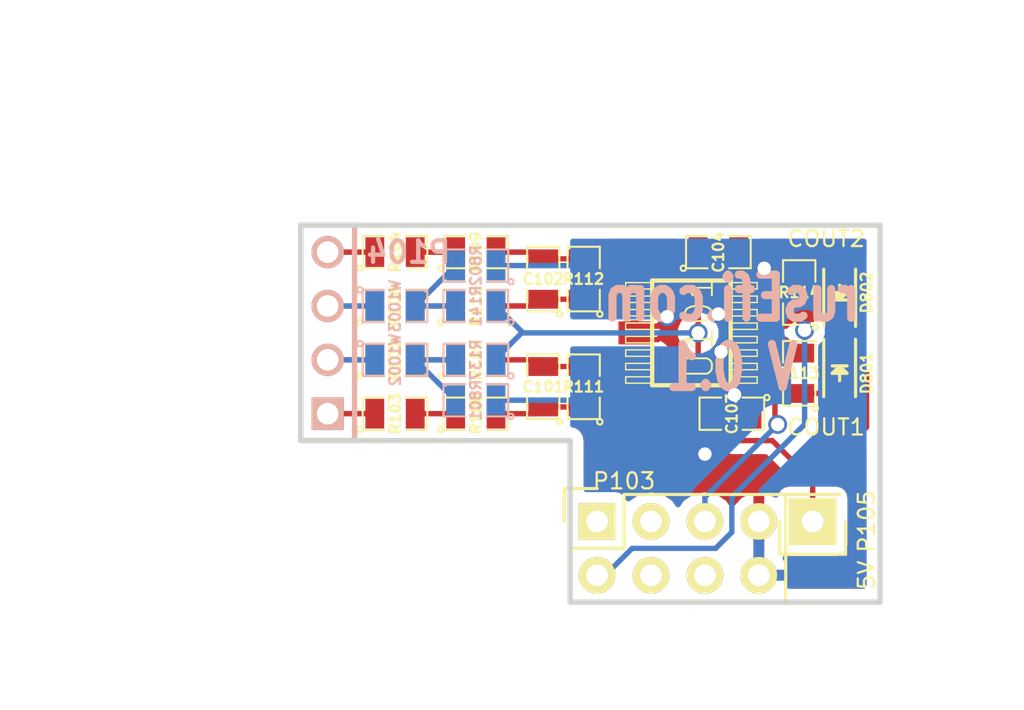
<source format=kicad_pcb>
(kicad_pcb (version 4) (host pcbnew 4.0.1-stable)

  (general
    (links 51)
    (no_connects 0)
    (area 178.462214 107.9881 229.842788 140.970001)
    (thickness 1.6)
    (drawings 13)
    (tracks 109)
    (zones 0)
    (modules 28)
    (nets 21)
  )

  (page A)
  (title_block
    (title "VR board")
    (date 2016-03-03)
    (company "rusEFI by DAECU")
  )

  (layers
    (0 F.Cu signal)
    (31 B.Cu signal)
    (32 B.Adhes user)
    (33 F.Adhes user)
    (34 B.Paste user)
    (35 F.Paste user)
    (36 B.SilkS user)
    (37 F.SilkS user)
    (38 B.Mask user)
    (39 F.Mask user)
    (40 Dwgs.User user)
    (41 Cmts.User user)
    (42 Eco1.User user)
    (43 Eco2.User user)
    (44 Edge.Cuts user)
  )

  (setup
    (last_trace_width 0.254)
    (user_trace_width 0.5)
    (user_trace_width 1.27)
    (trace_clearance 0.1778)
    (zone_clearance 0.508)
    (zone_45_only no)
    (trace_min 0.254)
    (segment_width 0.254)
    (edge_width 0.254)
    (via_size 0.889)
    (via_drill 0.635)
    (via_min_size 0.889)
    (via_min_drill 0.508)
    (uvia_size 0.508)
    (uvia_drill 0.127)
    (uvias_allowed no)
    (uvia_min_size 0.508)
    (uvia_min_drill 0.127)
    (pcb_text_width 0.4318)
    (pcb_text_size 1.524 2.032)
    (mod_edge_width 0.09906)
    (mod_text_size 1.524 1.524)
    (mod_text_width 0.254)
    (pad_size 0.35052 0.70104)
    (pad_drill 0.6)
    (pad_to_mask_clearance 0.254)
    (aux_axis_origin 0 0)
    (visible_elements 7FFFF77F)
    (pcbplotparams
      (layerselection 0x010f0_80000001)
      (usegerberextensions true)
      (excludeedgelayer true)
      (linewidth 0.150000)
      (plotframeref false)
      (viasonmask false)
      (mode 1)
      (useauxorigin false)
      (hpglpennumber 1)
      (hpglpenspeed 20)
      (hpglpendiameter 15)
      (hpglpenoverlay 2)
      (psnegative false)
      (psa4output false)
      (plotreference true)
      (plotvalue false)
      (plotinvisibletext false)
      (padsonsilk false)
      (subtractmaskfromsilk false)
      (outputformat 1)
      (mirror false)
      (drillshape 0)
      (scaleselection 1)
      (outputdirectory gerber))
  )

  (net 0 "")
  (net 1 /5V)
  (net 2 /CAM+)
  (net 3 /CAM-)
  (net 4 /CRK2+)
  (net 5 /CRK2-)
  (net 6 GND)
  (net 7 "Net-(C101-Pad1)")
  (net 8 "Net-(C101-Pad2)")
  (net 9 "Net-(C102-Pad1)")
  (net 10 "Net-(C102-Pad2)")
  (net 11 "Net-(R102-Pad2)")
  (net 12 "Net-(R103-Pad2)")
  (net 13 "Net-(R104-Pad2)")
  (net 14 "Net-(R106-Pad2)")
  (net 15 "Net-(D801-Pad2)")
  (net 16 "Net-(D802-Pad2)")
  (net 17 "Net-(R137-Pad2)")
  (net 18 "Net-(R141-Pad2)")
  (net 19 /Cout2)
  (net 20 /Cout1)

  (net_class Default "Это класс цепей по умолчанию."
    (clearance 0.1778)
    (trace_width 0.254)
    (via_dia 0.889)
    (via_drill 0.635)
    (uvia_dia 0.508)
    (uvia_drill 0.127)
    (add_net /5V)
    (add_net /CAM+)
    (add_net /CAM-)
    (add_net /CRK2+)
    (add_net /CRK2-)
    (add_net /Cout1)
    (add_net /Cout2)
    (add_net GND)
    (add_net "Net-(C101-Pad1)")
    (add_net "Net-(C101-Pad2)")
    (add_net "Net-(C102-Pad1)")
    (add_net "Net-(C102-Pad2)")
    (add_net "Net-(D801-Pad2)")
    (add_net "Net-(D802-Pad2)")
    (add_net "Net-(R102-Pad2)")
    (add_net "Net-(R103-Pad2)")
    (add_net "Net-(R104-Pad2)")
    (add_net "Net-(R106-Pad2)")
    (add_net "Net-(R137-Pad2)")
    (add_net "Net-(R141-Pad2)")
  )

  (module SM0805 placed (layer F.Cu) (tedit 56D4E61B) (tstamp 528A14D4)
    (at 203.2 125.73 90)
    (path /4AD9C851)
    (attr smd)
    (fp_text reference C101 (at 0 0 180) (layer F.SilkS)
      (effects (font (size 0.50038 0.50038) (thickness 0.10922)))
    )
    (fp_text value 1000pF (at 0 0.381 90) (layer F.SilkS) hide
      (effects (font (size 0.50038 0.50038) (thickness 0.10922)))
    )
    (fp_circle (center -1.651 0.762) (end -1.651 0.635) (layer F.SilkS) (width 0.09906))
    (fp_line (start -0.508 0.762) (end -1.524 0.762) (layer F.SilkS) (width 0.09906))
    (fp_line (start -1.524 0.762) (end -1.524 -0.762) (layer F.SilkS) (width 0.09906))
    (fp_line (start -1.524 -0.762) (end -0.508 -0.762) (layer F.SilkS) (width 0.09906))
    (fp_line (start 0.508 -0.762) (end 1.524 -0.762) (layer F.SilkS) (width 0.09906))
    (fp_line (start 1.524 -0.762) (end 1.524 0.762) (layer F.SilkS) (width 0.09906))
    (fp_line (start 1.524 0.762) (end 0.508 0.762) (layer F.SilkS) (width 0.09906))
    (pad 1 smd rect (at -0.9525 0 90) (size 0.889 1.397) (layers F.Cu F.Paste F.Mask)
      (net 7 "Net-(C101-Pad1)"))
    (pad 2 smd rect (at 0.9525 0 90) (size 0.889 1.397) (layers F.Cu F.Paste F.Mask)
      (net 8 "Net-(C101-Pad2)"))
    (model smd/chip_cms.wrl
      (at (xyz 0 0 0))
      (scale (xyz 0.1 0.1 0.1))
      (rotate (xyz 0 0 0))
    )
  )

  (module SM0805 placed (layer F.Cu) (tedit 56D4E61F) (tstamp 528A14E1)
    (at 203.2 120.65 90)
    (path /4AD9CD25)
    (attr smd)
    (fp_text reference C102 (at 0 0 180) (layer F.SilkS)
      (effects (font (size 0.50038 0.50038) (thickness 0.10922)))
    )
    (fp_text value 1000pF (at 0 0.381 90) (layer F.SilkS) hide
      (effects (font (size 0.50038 0.50038) (thickness 0.10922)))
    )
    (fp_circle (center -1.651 0.762) (end -1.651 0.635) (layer F.SilkS) (width 0.09906))
    (fp_line (start -0.508 0.762) (end -1.524 0.762) (layer F.SilkS) (width 0.09906))
    (fp_line (start -1.524 0.762) (end -1.524 -0.762) (layer F.SilkS) (width 0.09906))
    (fp_line (start -1.524 -0.762) (end -0.508 -0.762) (layer F.SilkS) (width 0.09906))
    (fp_line (start 0.508 -0.762) (end 1.524 -0.762) (layer F.SilkS) (width 0.09906))
    (fp_line (start 1.524 -0.762) (end 1.524 0.762) (layer F.SilkS) (width 0.09906))
    (fp_line (start 1.524 0.762) (end 0.508 0.762) (layer F.SilkS) (width 0.09906))
    (pad 1 smd rect (at -0.9525 0 90) (size 0.889 1.397) (layers F.Cu F.Paste F.Mask)
      (net 9 "Net-(C102-Pad1)"))
    (pad 2 smd rect (at 0.9525 0 90) (size 0.889 1.397) (layers F.Cu F.Paste F.Mask)
      (net 10 "Net-(C102-Pad2)"))
    (model smd/chip_cms.wrl
      (at (xyz 0 0 0))
      (scale (xyz 0.1 0.1 0.1))
      (rotate (xyz 0 0 0))
    )
  )

  (module SM0805 placed (layer F.Cu) (tedit 56D4E60A) (tstamp 528A14FA)
    (at 211.455 119.38)
    (path /50D6291F)
    (attr smd)
    (fp_text reference C104 (at 0 0 90) (layer F.SilkS)
      (effects (font (size 0.50038 0.50038) (thickness 0.10922)))
    )
    (fp_text value 0.1uF (at 0 0.381) (layer F.SilkS) hide
      (effects (font (size 0.50038 0.50038) (thickness 0.10922)))
    )
    (fp_circle (center -1.651 0.762) (end -1.651 0.635) (layer F.SilkS) (width 0.09906))
    (fp_line (start -0.508 0.762) (end -1.524 0.762) (layer F.SilkS) (width 0.09906))
    (fp_line (start -1.524 0.762) (end -1.524 -0.762) (layer F.SilkS) (width 0.09906))
    (fp_line (start -1.524 -0.762) (end -0.508 -0.762) (layer F.SilkS) (width 0.09906))
    (fp_line (start 0.508 -0.762) (end 1.524 -0.762) (layer F.SilkS) (width 0.09906))
    (fp_line (start 1.524 -0.762) (end 1.524 0.762) (layer F.SilkS) (width 0.09906))
    (fp_line (start 1.524 0.762) (end 0.508 0.762) (layer F.SilkS) (width 0.09906))
    (pad 1 smd rect (at -0.9525 0) (size 0.889 1.397) (layers F.Cu F.Paste F.Mask)
      (net 1 /5V))
    (pad 2 smd rect (at 0.9525 0) (size 0.889 1.397) (layers F.Cu F.Paste F.Mask)
      (net 6 GND))
    (model smd/chip_cms.wrl
      (at (xyz 0 0 0))
      (scale (xyz 0.1 0.1 0.1))
      (rotate (xyz 0 0 0))
    )
  )

  (module SM0805 placed (layer F.Cu) (tedit 56D4E511) (tstamp 529E9947)
    (at 196.215 124.46)
    (path /4E39E3A9)
    (attr smd)
    (fp_text reference R102 (at 0 0 90) (layer F.SilkS)
      (effects (font (size 0.50038 0.50038) (thickness 0.10922)))
    )
    (fp_text value 5k (at 0 0.381) (layer F.SilkS) hide
      (effects (font (size 0.50038 0.50038) (thickness 0.10922)))
    )
    (fp_circle (center -1.651 0.762) (end -1.651 0.635) (layer F.SilkS) (width 0.09906))
    (fp_line (start -0.508 0.762) (end -1.524 0.762) (layer F.SilkS) (width 0.09906))
    (fp_line (start -1.524 0.762) (end -1.524 -0.762) (layer F.SilkS) (width 0.09906))
    (fp_line (start -1.524 -0.762) (end -0.508 -0.762) (layer F.SilkS) (width 0.09906))
    (fp_line (start 0.508 -0.762) (end 1.524 -0.762) (layer F.SilkS) (width 0.09906))
    (fp_line (start 1.524 -0.762) (end 1.524 0.762) (layer F.SilkS) (width 0.09906))
    (fp_line (start 1.524 0.762) (end 0.508 0.762) (layer F.SilkS) (width 0.09906))
    (pad 1 smd rect (at -0.9525 0) (size 0.889 1.397) (layers F.Cu F.Paste F.Mask)
      (net 5 /CRK2-))
    (pad 2 smd rect (at 0.9525 0) (size 0.889 1.397) (layers F.Cu F.Paste F.Mask)
      (net 11 "Net-(R102-Pad2)"))
    (model smd/chip_cms.wrl
      (at (xyz 0 0 0))
      (scale (xyz 0.1 0.1 0.1))
      (rotate (xyz 0 0 0))
    )
  )

  (module SM0805 placed (layer F.Cu) (tedit 56D4E539) (tstamp 528A15A8)
    (at 196.215 127)
    (path /4E39E3A5)
    (attr smd)
    (fp_text reference R103 (at 0 0 90) (layer F.SilkS)
      (effects (font (size 0.50038 0.50038) (thickness 0.10922)))
    )
    (fp_text value 5k (at 0 0.381) (layer F.SilkS) hide
      (effects (font (size 0.50038 0.50038) (thickness 0.10922)))
    )
    (fp_circle (center -1.651 0.762) (end -1.651 0.635) (layer F.SilkS) (width 0.09906))
    (fp_line (start -0.508 0.762) (end -1.524 0.762) (layer F.SilkS) (width 0.09906))
    (fp_line (start -1.524 0.762) (end -1.524 -0.762) (layer F.SilkS) (width 0.09906))
    (fp_line (start -1.524 -0.762) (end -0.508 -0.762) (layer F.SilkS) (width 0.09906))
    (fp_line (start 0.508 -0.762) (end 1.524 -0.762) (layer F.SilkS) (width 0.09906))
    (fp_line (start 1.524 -0.762) (end 1.524 0.762) (layer F.SilkS) (width 0.09906))
    (fp_line (start 1.524 0.762) (end 0.508 0.762) (layer F.SilkS) (width 0.09906))
    (pad 1 smd rect (at -0.9525 0) (size 0.889 1.397) (layers F.Cu F.Paste F.Mask)
      (net 4 /CRK2+))
    (pad 2 smd rect (at 0.9525 0) (size 0.889 1.397) (layers F.Cu F.Paste F.Mask)
      (net 12 "Net-(R103-Pad2)"))
    (model smd/chip_cms.wrl
      (at (xyz 0 0 0))
      (scale (xyz 0.1 0.1 0.1))
      (rotate (xyz 0 0 0))
    )
  )

  (module SM0805 placed (layer F.Cu) (tedit 56D4E55C) (tstamp 528A15B5)
    (at 196.215 119.38)
    (path /4E39E39B)
    (attr smd)
    (fp_text reference R104 (at 0 0 90) (layer F.SilkS)
      (effects (font (size 0.50038 0.50038) (thickness 0.10922)))
    )
    (fp_text value 5k (at 0 0.381) (layer F.SilkS) hide
      (effects (font (size 0.50038 0.50038) (thickness 0.10922)))
    )
    (fp_circle (center -1.651 0.762) (end -1.651 0.635) (layer F.SilkS) (width 0.09906))
    (fp_line (start -0.508 0.762) (end -1.524 0.762) (layer F.SilkS) (width 0.09906))
    (fp_line (start -1.524 0.762) (end -1.524 -0.762) (layer F.SilkS) (width 0.09906))
    (fp_line (start -1.524 -0.762) (end -0.508 -0.762) (layer F.SilkS) (width 0.09906))
    (fp_line (start 0.508 -0.762) (end 1.524 -0.762) (layer F.SilkS) (width 0.09906))
    (fp_line (start 1.524 -0.762) (end 1.524 0.762) (layer F.SilkS) (width 0.09906))
    (fp_line (start 1.524 0.762) (end 0.508 0.762) (layer F.SilkS) (width 0.09906))
    (pad 1 smd rect (at -0.9525 0) (size 0.889 1.397) (layers F.Cu F.Paste F.Mask)
      (net 2 /CAM+))
    (pad 2 smd rect (at 0.9525 0) (size 0.889 1.397) (layers F.Cu F.Paste F.Mask)
      (net 13 "Net-(R104-Pad2)"))
    (model smd/chip_cms.wrl
      (at (xyz 0 0 0))
      (scale (xyz 0.1 0.1 0.1))
      (rotate (xyz 0 0 0))
    )
  )

  (module SM0805 (layer F.Cu) (tedit 56D4E74E) (tstamp 528A15CF)
    (at 196.215 121.92)
    (path /4E39E39D)
    (attr smd)
    (fp_text reference R106 (at 0 0 90) (layer F.SilkS)
      (effects (font (size 0.50038 0.50038) (thickness 0.10922)))
    )
    (fp_text value 5k (at 0 0.381) (layer F.SilkS) hide
      (effects (font (size 0.50038 0.50038) (thickness 0.10922)))
    )
    (fp_circle (center -1.651 0.762) (end -1.651 0.635) (layer F.SilkS) (width 0.09906))
    (fp_line (start -0.508 0.762) (end -1.524 0.762) (layer F.SilkS) (width 0.09906))
    (fp_line (start -1.524 0.762) (end -1.524 -0.762) (layer F.SilkS) (width 0.09906))
    (fp_line (start -1.524 -0.762) (end -0.508 -0.762) (layer F.SilkS) (width 0.09906))
    (fp_line (start 0.508 -0.762) (end 1.524 -0.762) (layer F.SilkS) (width 0.09906))
    (fp_line (start 1.524 -0.762) (end 1.524 0.762) (layer F.SilkS) (width 0.09906))
    (fp_line (start 1.524 0.762) (end 0.508 0.762) (layer F.SilkS) (width 0.09906))
    (pad 1 smd rect (at -0.9525 0) (size 0.889 1.397) (layers F.Cu F.Paste F.Mask)
      (net 3 /CAM-))
    (pad 2 smd rect (at 0.9525 0) (size 0.889 1.397) (layers F.Cu F.Paste F.Mask)
      (net 14 "Net-(R106-Pad2)"))
    (model smd/chip_cms.wrl
      (at (xyz 0 0 0))
      (scale (xyz 0.1 0.1 0.1))
      (rotate (xyz 0 0 0))
    )
  )

  (module SM0805 placed (layer F.Cu) (tedit 56D4E519) (tstamp 528A15DC)
    (at 200.025 124.46)
    (path /4E39E3AD)
    (attr smd)
    (fp_text reference R107 (at 0 0 90) (layer F.SilkS)
      (effects (font (size 0.50038 0.50038) (thickness 0.10922)))
    )
    (fp_text value 5k (at 0 0.381) (layer F.SilkS) hide
      (effects (font (size 0.50038 0.50038) (thickness 0.10922)))
    )
    (fp_circle (center -1.651 0.762) (end -1.651 0.635) (layer F.SilkS) (width 0.09906))
    (fp_line (start -0.508 0.762) (end -1.524 0.762) (layer F.SilkS) (width 0.09906))
    (fp_line (start -1.524 0.762) (end -1.524 -0.762) (layer F.SilkS) (width 0.09906))
    (fp_line (start -1.524 -0.762) (end -0.508 -0.762) (layer F.SilkS) (width 0.09906))
    (fp_line (start 0.508 -0.762) (end 1.524 -0.762) (layer F.SilkS) (width 0.09906))
    (fp_line (start 1.524 -0.762) (end 1.524 0.762) (layer F.SilkS) (width 0.09906))
    (fp_line (start 1.524 0.762) (end 0.508 0.762) (layer F.SilkS) (width 0.09906))
    (pad 1 smd rect (at -0.9525 0) (size 0.889 1.397) (layers F.Cu F.Paste F.Mask)
      (net 11 "Net-(R102-Pad2)"))
    (pad 2 smd rect (at 0.9525 0) (size 0.889 1.397) (layers F.Cu F.Paste F.Mask)
      (net 8 "Net-(C101-Pad2)"))
    (model smd/chip_cms.wrl
      (at (xyz 0 0 0))
      (scale (xyz 0.1 0.1 0.1))
      (rotate (xyz 0 0 0))
    )
  )

  (module SM0805 placed (layer F.Cu) (tedit 56D4E554) (tstamp 528A15E9)
    (at 200.025 127)
    (path /4E39E3A0)
    (attr smd)
    (fp_text reference R108 (at 0 0 90) (layer F.SilkS)
      (effects (font (size 0.50038 0.50038) (thickness 0.10922)))
    )
    (fp_text value 5k (at 0 0.381) (layer F.SilkS) hide
      (effects (font (size 0.50038 0.50038) (thickness 0.10922)))
    )
    (fp_circle (center -1.651 0.762) (end -1.651 0.635) (layer F.SilkS) (width 0.09906))
    (fp_line (start -0.508 0.762) (end -1.524 0.762) (layer F.SilkS) (width 0.09906))
    (fp_line (start -1.524 0.762) (end -1.524 -0.762) (layer F.SilkS) (width 0.09906))
    (fp_line (start -1.524 -0.762) (end -0.508 -0.762) (layer F.SilkS) (width 0.09906))
    (fp_line (start 0.508 -0.762) (end 1.524 -0.762) (layer F.SilkS) (width 0.09906))
    (fp_line (start 1.524 -0.762) (end 1.524 0.762) (layer F.SilkS) (width 0.09906))
    (fp_line (start 1.524 0.762) (end 0.508 0.762) (layer F.SilkS) (width 0.09906))
    (pad 1 smd rect (at -0.9525 0) (size 0.889 1.397) (layers F.Cu F.Paste F.Mask)
      (net 12 "Net-(R103-Pad2)"))
    (pad 2 smd rect (at 0.9525 0) (size 0.889 1.397) (layers F.Cu F.Paste F.Mask)
      (net 7 "Net-(C101-Pad1)"))
    (model smd/chip_cms.wrl
      (at (xyz 0 0 0))
      (scale (xyz 0.1 0.1 0.1))
      (rotate (xyz 0 0 0))
    )
  )

  (module SM0805 placed (layer F.Cu) (tedit 56D4E756) (tstamp 528A15F6)
    (at 200.025 119.38)
    (path /4E39E396)
    (attr smd)
    (fp_text reference R109 (at 0 0 90) (layer F.SilkS)
      (effects (font (size 0.50038 0.50038) (thickness 0.10922)))
    )
    (fp_text value 5k (at 0 0.381) (layer F.SilkS) hide
      (effects (font (size 0.50038 0.50038) (thickness 0.10922)))
    )
    (fp_circle (center -1.651 0.762) (end -1.651 0.635) (layer F.SilkS) (width 0.09906))
    (fp_line (start -0.508 0.762) (end -1.524 0.762) (layer F.SilkS) (width 0.09906))
    (fp_line (start -1.524 0.762) (end -1.524 -0.762) (layer F.SilkS) (width 0.09906))
    (fp_line (start -1.524 -0.762) (end -0.508 -0.762) (layer F.SilkS) (width 0.09906))
    (fp_line (start 0.508 -0.762) (end 1.524 -0.762) (layer F.SilkS) (width 0.09906))
    (fp_line (start 1.524 -0.762) (end 1.524 0.762) (layer F.SilkS) (width 0.09906))
    (fp_line (start 1.524 0.762) (end 0.508 0.762) (layer F.SilkS) (width 0.09906))
    (pad 1 smd rect (at -0.9525 0) (size 0.889 1.397) (layers F.Cu F.Paste F.Mask)
      (net 13 "Net-(R104-Pad2)"))
    (pad 2 smd rect (at 0.9525 0) (size 0.889 1.397) (layers F.Cu F.Paste F.Mask)
      (net 10 "Net-(C102-Pad2)"))
    (model smd/chip_cms.wrl
      (at (xyz 0 0 0))
      (scale (xyz 0.1 0.1 0.1))
      (rotate (xyz 0 0 0))
    )
  )

  (module SM0805 placed (layer F.Cu) (tedit 56D4E74C) (tstamp 528A1603)
    (at 200.025 121.92)
    (path /4E39E393)
    (attr smd)
    (fp_text reference R110 (at 0 0 90) (layer F.SilkS)
      (effects (font (size 0.50038 0.50038) (thickness 0.10922)))
    )
    (fp_text value 5k (at 0 0.381) (layer F.SilkS) hide
      (effects (font (size 0.50038 0.50038) (thickness 0.10922)))
    )
    (fp_circle (center -1.651 0.762) (end -1.651 0.635) (layer F.SilkS) (width 0.09906))
    (fp_line (start -0.508 0.762) (end -1.524 0.762) (layer F.SilkS) (width 0.09906))
    (fp_line (start -1.524 0.762) (end -1.524 -0.762) (layer F.SilkS) (width 0.09906))
    (fp_line (start -1.524 -0.762) (end -0.508 -0.762) (layer F.SilkS) (width 0.09906))
    (fp_line (start 0.508 -0.762) (end 1.524 -0.762) (layer F.SilkS) (width 0.09906))
    (fp_line (start 1.524 -0.762) (end 1.524 0.762) (layer F.SilkS) (width 0.09906))
    (fp_line (start 1.524 0.762) (end 0.508 0.762) (layer F.SilkS) (width 0.09906))
    (pad 1 smd rect (at -0.9525 0) (size 0.889 1.397) (layers F.Cu F.Paste F.Mask)
      (net 14 "Net-(R106-Pad2)"))
    (pad 2 smd rect (at 0.9525 0) (size 0.889 1.397) (layers F.Cu F.Paste F.Mask)
      (net 9 "Net-(C102-Pad1)"))
    (model smd/chip_cms.wrl
      (at (xyz 0 0 0))
      (scale (xyz 0.1 0.1 0.1))
      (rotate (xyz 0 0 0))
    )
  )

  (module SM0805 placed (layer F.Cu) (tedit 56D4E615) (tstamp 529E99E5)
    (at 205.105 125.73 90)
    (path /4E39E390)
    (attr smd)
    (fp_text reference R111 (at 0 0 180) (layer F.SilkS)
      (effects (font (size 0.50038 0.50038) (thickness 0.10922)))
    )
    (fp_text value 5k (at 0 0.381 90) (layer F.SilkS) hide
      (effects (font (size 0.50038 0.50038) (thickness 0.10922)))
    )
    (fp_circle (center -1.651 0.762) (end -1.651 0.635) (layer F.SilkS) (width 0.09906))
    (fp_line (start -0.508 0.762) (end -1.524 0.762) (layer F.SilkS) (width 0.09906))
    (fp_line (start -1.524 0.762) (end -1.524 -0.762) (layer F.SilkS) (width 0.09906))
    (fp_line (start -1.524 -0.762) (end -0.508 -0.762) (layer F.SilkS) (width 0.09906))
    (fp_line (start 0.508 -0.762) (end 1.524 -0.762) (layer F.SilkS) (width 0.09906))
    (fp_line (start 1.524 -0.762) (end 1.524 0.762) (layer F.SilkS) (width 0.09906))
    (fp_line (start 1.524 0.762) (end 0.508 0.762) (layer F.SilkS) (width 0.09906))
    (pad 1 smd rect (at -0.9525 0 90) (size 0.889 1.397) (layers F.Cu F.Paste F.Mask)
      (net 7 "Net-(C101-Pad1)"))
    (pad 2 smd rect (at 0.9525 0 90) (size 0.889 1.397) (layers F.Cu F.Paste F.Mask)
      (net 8 "Net-(C101-Pad2)"))
    (model smd/chip_cms.wrl
      (at (xyz 0 0 0))
      (scale (xyz 0.1 0.1 0.1))
      (rotate (xyz 0 0 0))
    )
  )

  (module SM0805 placed (layer F.Cu) (tedit 56D4E624) (tstamp 528A161D)
    (at 205.105 120.65 90)
    (path /4E39E38D)
    (attr smd)
    (fp_text reference R112 (at 0 0 180) (layer F.SilkS)
      (effects (font (size 0.50038 0.50038) (thickness 0.10922)))
    )
    (fp_text value 5k (at 0 0.381 90) (layer F.SilkS) hide
      (effects (font (size 0.50038 0.50038) (thickness 0.10922)))
    )
    (fp_circle (center -1.651 0.762) (end -1.651 0.635) (layer F.SilkS) (width 0.09906))
    (fp_line (start -0.508 0.762) (end -1.524 0.762) (layer F.SilkS) (width 0.09906))
    (fp_line (start -1.524 0.762) (end -1.524 -0.762) (layer F.SilkS) (width 0.09906))
    (fp_line (start -1.524 -0.762) (end -0.508 -0.762) (layer F.SilkS) (width 0.09906))
    (fp_line (start 0.508 -0.762) (end 1.524 -0.762) (layer F.SilkS) (width 0.09906))
    (fp_line (start 1.524 -0.762) (end 1.524 0.762) (layer F.SilkS) (width 0.09906))
    (fp_line (start 1.524 0.762) (end 0.508 0.762) (layer F.SilkS) (width 0.09906))
    (pad 1 smd rect (at -0.9525 0 90) (size 0.889 1.397) (layers F.Cu F.Paste F.Mask)
      (net 9 "Net-(C102-Pad1)"))
    (pad 2 smd rect (at 0.9525 0 90) (size 0.889 1.397) (layers F.Cu F.Paste F.Mask)
      (net 10 "Net-(C102-Pad2)"))
    (model smd/chip_cms.wrl
      (at (xyz 0 0 0))
      (scale (xyz 0.1 0.1 0.1))
      (rotate (xyz 0 0 0))
    )
  )

  (module SM0805 placed (layer F.Cu) (tedit 56D4E70D) (tstamp 52E1E98D)
    (at 215.265 125.095 90)
    (path /4AD9C75B)
    (attr smd)
    (fp_text reference R113 (at 0 0 180) (layer F.SilkS)
      (effects (font (size 0.50038 0.50038) (thickness 0.10922)))
    )
    (fp_text value 10k (at 0 0.381 90) (layer F.SilkS) hide
      (effects (font (size 0.50038 0.50038) (thickness 0.10922)))
    )
    (fp_circle (center -1.651 0.762) (end -1.651 0.635) (layer F.SilkS) (width 0.09906))
    (fp_line (start -0.508 0.762) (end -1.524 0.762) (layer F.SilkS) (width 0.09906))
    (fp_line (start -1.524 0.762) (end -1.524 -0.762) (layer F.SilkS) (width 0.09906))
    (fp_line (start -1.524 -0.762) (end -0.508 -0.762) (layer F.SilkS) (width 0.09906))
    (fp_line (start 0.508 -0.762) (end 1.524 -0.762) (layer F.SilkS) (width 0.09906))
    (fp_line (start 1.524 -0.762) (end 1.524 0.762) (layer F.SilkS) (width 0.09906))
    (fp_line (start 1.524 0.762) (end 0.508 0.762) (layer F.SilkS) (width 0.09906))
    (pad 1 smd rect (at -0.9525 0 90) (size 0.889 1.397) (layers F.Cu F.Paste F.Mask)
      (net 15 "Net-(D801-Pad2)"))
    (pad 2 smd rect (at 0.9525 0 90) (size 0.889 1.397) (layers F.Cu F.Paste F.Mask)
      (net 20 /Cout1))
    (model smd/chip_cms.wrl
      (at (xyz 0 0 0))
      (scale (xyz 0.1 0.1 0.1))
      (rotate (xyz 0 0 0))
    )
  )

  (module SM0805 placed (layer F.Cu) (tedit 56D4E710) (tstamp 528A1637)
    (at 215.265 121.285 90)
    (path /5101D08D)
    (attr smd)
    (fp_text reference R114 (at 0 0 180) (layer F.SilkS)
      (effects (font (size 0.50038 0.50038) (thickness 0.10922)))
    )
    (fp_text value 10k (at 0 0.381 90) (layer F.SilkS) hide
      (effects (font (size 0.50038 0.50038) (thickness 0.10922)))
    )
    (fp_circle (center -1.651 0.762) (end -1.651 0.635) (layer F.SilkS) (width 0.09906))
    (fp_line (start -0.508 0.762) (end -1.524 0.762) (layer F.SilkS) (width 0.09906))
    (fp_line (start -1.524 0.762) (end -1.524 -0.762) (layer F.SilkS) (width 0.09906))
    (fp_line (start -1.524 -0.762) (end -0.508 -0.762) (layer F.SilkS) (width 0.09906))
    (fp_line (start 0.508 -0.762) (end 1.524 -0.762) (layer F.SilkS) (width 0.09906))
    (fp_line (start 1.524 -0.762) (end 1.524 0.762) (layer F.SilkS) (width 0.09906))
    (fp_line (start 1.524 0.762) (end 0.508 0.762) (layer F.SilkS) (width 0.09906))
    (pad 1 smd rect (at -0.9525 0 90) (size 0.889 1.397) (layers F.Cu F.Paste F.Mask)
      (net 19 /Cout2))
    (pad 2 smd rect (at 0.9525 0 90) (size 0.889 1.397) (layers F.Cu F.Paste F.Mask)
      (net 16 "Net-(D802-Pad2)"))
    (model smd/chip_cms.wrl
      (at (xyz 0 0 0))
      (scale (xyz 0.1 0.1 0.1))
      (rotate (xyz 0 0 0))
    )
  )

  (module maxim-10-QSOP16 placed (layer F.Cu) (tedit 529E9A8F) (tstamp 529C9412)
    (at 210.185 123.19 90)
    (descr "SMALL OUTLINE PACKAGE")
    (tags "SMALL OUTLINE PACKAGE")
    (path /4BF90B79)
    (attr smd)
    (fp_text reference U101 (at 0.254 0.381 90) (layer F.SilkS)
      (effects (font (size 1.27 1.27) (thickness 0.0889)))
    )
    (fp_text value MAX9926/9927 (at -3.45186 -0.97028 180) (layer F.SilkS) hide
      (effects (font (size 1.27 1.27) (thickness 0.0889)))
    )
    (fp_line (start -2.37236 3.0988) (end -2.0701 3.0988) (layer F.SilkS) (width 0.06604))
    (fp_line (start -2.0701 3.0988) (end -2.0701 1.79832) (layer F.SilkS) (width 0.06604))
    (fp_line (start -2.37236 1.79832) (end -2.0701 1.79832) (layer F.SilkS) (width 0.06604))
    (fp_line (start -2.37236 3.0988) (end -2.37236 1.79832) (layer F.SilkS) (width 0.06604))
    (fp_line (start -1.73736 3.0988) (end -1.4351 3.0988) (layer F.SilkS) (width 0.06604))
    (fp_line (start -1.4351 3.0988) (end -1.4351 1.79832) (layer F.SilkS) (width 0.06604))
    (fp_line (start -1.73736 1.79832) (end -1.4351 1.79832) (layer F.SilkS) (width 0.06604))
    (fp_line (start -1.73736 3.0988) (end -1.73736 1.79832) (layer F.SilkS) (width 0.06604))
    (fp_line (start -1.10236 3.0988) (end -0.8001 3.0988) (layer F.SilkS) (width 0.06604))
    (fp_line (start -0.8001 3.0988) (end -0.8001 1.79832) (layer F.SilkS) (width 0.06604))
    (fp_line (start -1.10236 1.79832) (end -0.8001 1.79832) (layer F.SilkS) (width 0.06604))
    (fp_line (start -1.10236 3.0988) (end -1.10236 1.79832) (layer F.SilkS) (width 0.06604))
    (fp_line (start -0.46736 3.0988) (end -0.1651 3.0988) (layer F.SilkS) (width 0.06604))
    (fp_line (start -0.1651 3.0988) (end -0.1651 1.79832) (layer F.SilkS) (width 0.06604))
    (fp_line (start -0.46736 1.79832) (end -0.1651 1.79832) (layer F.SilkS) (width 0.06604))
    (fp_line (start -0.46736 3.0988) (end -0.46736 1.79832) (layer F.SilkS) (width 0.06604))
    (fp_line (start 0.1651 3.0988) (end 0.46736 3.0988) (layer F.SilkS) (width 0.06604))
    (fp_line (start 0.46736 3.0988) (end 0.46736 1.79832) (layer F.SilkS) (width 0.06604))
    (fp_line (start 0.1651 1.79832) (end 0.46736 1.79832) (layer F.SilkS) (width 0.06604))
    (fp_line (start 0.1651 3.0988) (end 0.1651 1.79832) (layer F.SilkS) (width 0.06604))
    (fp_line (start 0.8001 3.0988) (end 1.10236 3.0988) (layer F.SilkS) (width 0.06604))
    (fp_line (start 1.10236 3.0988) (end 1.10236 1.79832) (layer F.SilkS) (width 0.06604))
    (fp_line (start 0.8001 1.79832) (end 1.10236 1.79832) (layer F.SilkS) (width 0.06604))
    (fp_line (start 0.8001 3.0988) (end 0.8001 1.79832) (layer F.SilkS) (width 0.06604))
    (fp_line (start 1.4351 3.0988) (end 1.73736 3.0988) (layer F.SilkS) (width 0.06604))
    (fp_line (start 1.73736 3.0988) (end 1.73736 1.79832) (layer F.SilkS) (width 0.06604))
    (fp_line (start 1.4351 1.79832) (end 1.73736 1.79832) (layer F.SilkS) (width 0.06604))
    (fp_line (start 1.4351 3.0988) (end 1.4351 1.79832) (layer F.SilkS) (width 0.06604))
    (fp_line (start 2.0701 3.0988) (end 2.37236 3.0988) (layer F.SilkS) (width 0.06604))
    (fp_line (start 2.37236 3.0988) (end 2.37236 1.79832) (layer F.SilkS) (width 0.06604))
    (fp_line (start 2.0701 1.79832) (end 2.37236 1.79832) (layer F.SilkS) (width 0.06604))
    (fp_line (start 2.0701 3.0988) (end 2.0701 1.79832) (layer F.SilkS) (width 0.06604))
    (fp_line (start 2.0701 -1.79832) (end 2.37236 -1.79832) (layer F.SilkS) (width 0.06604))
    (fp_line (start 2.37236 -1.79832) (end 2.37236 -3.0988) (layer F.SilkS) (width 0.06604))
    (fp_line (start 2.0701 -3.0988) (end 2.37236 -3.0988) (layer F.SilkS) (width 0.06604))
    (fp_line (start 2.0701 -1.79832) (end 2.0701 -3.0988) (layer F.SilkS) (width 0.06604))
    (fp_line (start 1.4351 -1.79832) (end 1.73736 -1.79832) (layer F.SilkS) (width 0.06604))
    (fp_line (start 1.73736 -1.79832) (end 1.73736 -3.0988) (layer F.SilkS) (width 0.06604))
    (fp_line (start 1.4351 -3.0988) (end 1.73736 -3.0988) (layer F.SilkS) (width 0.06604))
    (fp_line (start 1.4351 -1.79832) (end 1.4351 -3.0988) (layer F.SilkS) (width 0.06604))
    (fp_line (start 0.8001 -1.79832) (end 1.10236 -1.79832) (layer F.SilkS) (width 0.06604))
    (fp_line (start 1.10236 -1.79832) (end 1.10236 -3.0988) (layer F.SilkS) (width 0.06604))
    (fp_line (start 0.8001 -3.0988) (end 1.10236 -3.0988) (layer F.SilkS) (width 0.06604))
    (fp_line (start 0.8001 -1.79832) (end 0.8001 -3.0988) (layer F.SilkS) (width 0.06604))
    (fp_line (start 0.1651 -1.79832) (end 0.46736 -1.79832) (layer F.SilkS) (width 0.06604))
    (fp_line (start 0.46736 -1.79832) (end 0.46736 -3.0988) (layer F.SilkS) (width 0.06604))
    (fp_line (start 0.1651 -3.0988) (end 0.46736 -3.0988) (layer F.SilkS) (width 0.06604))
    (fp_line (start 0.1651 -1.79832) (end 0.1651 -3.0988) (layer F.SilkS) (width 0.06604))
    (fp_line (start -0.46736 -1.79832) (end -0.1651 -1.79832) (layer F.SilkS) (width 0.06604))
    (fp_line (start -0.1651 -1.79832) (end -0.1651 -3.0988) (layer F.SilkS) (width 0.06604))
    (fp_line (start -0.46736 -3.0988) (end -0.1651 -3.0988) (layer F.SilkS) (width 0.06604))
    (fp_line (start -0.46736 -1.79832) (end -0.46736 -3.0988) (layer F.SilkS) (width 0.06604))
    (fp_line (start -1.10236 -1.79832) (end -0.8001 -1.79832) (layer F.SilkS) (width 0.06604))
    (fp_line (start -0.8001 -1.79832) (end -0.8001 -3.0988) (layer F.SilkS) (width 0.06604))
    (fp_line (start -1.10236 -3.0988) (end -0.8001 -3.0988) (layer F.SilkS) (width 0.06604))
    (fp_line (start -1.10236 -1.79832) (end -1.10236 -3.0988) (layer F.SilkS) (width 0.06604))
    (fp_line (start -1.73736 -1.79832) (end -1.4351 -1.79832) (layer F.SilkS) (width 0.06604))
    (fp_line (start -1.4351 -1.79832) (end -1.4351 -3.0988) (layer F.SilkS) (width 0.06604))
    (fp_line (start -1.73736 -3.0988) (end -1.4351 -3.0988) (layer F.SilkS) (width 0.06604))
    (fp_line (start -1.73736 -1.79832) (end -1.73736 -3.0988) (layer F.SilkS) (width 0.06604))
    (fp_line (start -2.37236 -1.79832) (end -2.0701 -1.79832) (layer F.SilkS) (width 0.06604))
    (fp_line (start -2.0701 -1.79832) (end -2.0701 -3.0988) (layer F.SilkS) (width 0.06604))
    (fp_line (start -2.37236 -3.0988) (end -2.0701 -3.0988) (layer F.SilkS) (width 0.06604))
    (fp_line (start -2.37236 -1.79832) (end -2.37236 -3.0988) (layer F.SilkS) (width 0.06604))
    (fp_line (start -2.46888 1.84912) (end -2.46888 -1.84912) (layer F.SilkS) (width 0.2032))
    (fp_line (start 2.46888 -1.84912) (end 2.46888 1.84912) (layer F.SilkS) (width 0.2032))
    (fp_line (start -2.46888 1.84912) (end 2.46888 1.84912) (layer F.SilkS) (width 0.2032))
    (fp_line (start 2.46888 -1.84912) (end -2.46888 -1.84912) (layer F.SilkS) (width 0.2032))
    (fp_circle (center -1.64846 1.04902) (end -1.79832 1.19888) (layer F.SilkS) (width 0.00254))
    (pad 1 smd rect (at -2.2225 2.68986 90) (size 0.44958 1.4986) (layers F.Cu F.Paste F.Mask)
      (net 6 GND))
    (pad 2 smd rect (at -1.5875 2.68986 90) (size 0.44958 1.4986) (layers F.Cu F.Paste F.Mask))
    (pad 3 smd rect (at -0.9525 2.68986 90) (size 0.44958 1.4986) (layers F.Cu F.Paste F.Mask)
      (net 6 GND))
    (pad 4 smd rect (at -0.3175 2.68986 90) (size 0.44958 1.4986) (layers F.Cu F.Paste F.Mask)
      (net 20 /Cout1))
    (pad 5 smd rect (at 0.3175 2.68986 90) (size 0.44958 1.4986) (layers F.Cu F.Paste F.Mask)
      (net 19 /Cout2))
    (pad 6 smd rect (at 0.9525 2.68986 90) (size 0.44958 1.4986) (layers F.Cu F.Paste F.Mask)
      (net 6 GND))
    (pad 7 smd rect (at 1.5875 2.68986 90) (size 0.44958 1.4986) (layers F.Cu F.Paste F.Mask))
    (pad 8 smd rect (at 2.2225 2.68986 90) (size 0.44958 1.4986) (layers F.Cu F.Paste F.Mask)
      (net 6 GND))
    (pad 9 smd rect (at 2.2225 -2.68986 90) (size 0.44958 1.4986) (layers F.Cu F.Paste F.Mask)
      (net 10 "Net-(C102-Pad2)"))
    (pad 10 smd rect (at 1.5875 -2.68986 90) (size 0.44958 1.4986) (layers F.Cu F.Paste F.Mask)
      (net 9 "Net-(C102-Pad1)"))
    (pad 11 smd rect (at 0.9525 -2.68986 90) (size 0.44958 1.4986) (layers F.Cu F.Paste F.Mask)
      (net 6 GND))
    (pad 12 smd rect (at 0.3175 -2.68986 90) (size 0.44958 1.4986) (layers F.Cu F.Paste F.Mask)
      (net 6 GND))
    (pad 13 smd rect (at -0.3175 -2.68986 90) (size 0.44958 1.4986) (layers F.Cu F.Paste F.Mask)
      (net 6 GND))
    (pad 14 smd rect (at -0.9525 -2.68986 90) (size 0.44958 1.4986) (layers F.Cu F.Paste F.Mask)
      (net 1 /5V))
    (pad 15 smd rect (at -1.5875 -2.68986 90) (size 0.44958 1.4986) (layers F.Cu F.Paste F.Mask)
      (net 8 "Net-(C101-Pad2)"))
    (pad 16 smd rect (at -2.2225 -2.68986 90) (size 0.44958 1.4986) (layers F.Cu F.Paste F.Mask)
      (net 7 "Net-(C101-Pad1)"))
    (model smd/smd_dil/ssop-16.wrl
      (at (xyz 0 0 0))
      (scale (xyz 1 1 1))
      (rotate (xyz 0 0 0))
    )
  )

  (module PIN_ARRAY_4x1 (layer B.Cu) (tedit 56D78D6C) (tstamp 529C6E69)
    (at 193.04 123.19 90)
    (descr "Double rangee de contacts 2 x 5 pins")
    (tags CONN)
    (path /56D5985E)
    (fp_text reference P104 (at 3.81 3.81 360) (layer B.SilkS)
      (effects (font (size 1.016 1.016) (thickness 0.2032)) (justify mirror))
    )
    (fp_text value CONN_4 (at 0 -2.54 90) (layer B.SilkS) hide
      (effects (font (size 1.016 1.016) (thickness 0.2032)) (justify mirror))
    )
    (fp_line (start 5.08 -1.27) (end -5.08 -1.27) (layer B.SilkS) (width 0.254))
    (fp_line (start 5.08 1.27) (end -5.08 1.27) (layer B.SilkS) (width 0.254))
    (fp_line (start -5.08 1.27) (end -5.08 -1.27) (layer B.SilkS) (width 0.254))
    (fp_line (start 5.08 -1.27) (end 5.08 1.27) (layer B.SilkS) (width 0.254))
    (pad 1 thru_hole rect (at -3.81 0 90) (size 1.524 1.524) (drill 1.016) (layers *.Cu *.Mask B.SilkS)
      (net 4 /CRK2+))
    (pad 2 thru_hole circle (at -1.27 0 90) (size 1.524 1.524) (drill 1.016) (layers *.Cu *.Mask B.SilkS)
      (net 5 /CRK2-))
    (pad 3 thru_hole circle (at 1.27 0 90) (size 1.524 1.524) (drill 1.016) (layers *.Cu *.Mask B.SilkS)
      (net 3 /CAM-))
    (pad 4 thru_hole circle (at 3.81 0 90) (size 1.524 1.524) (drill 1.016) (layers *.Cu *.Mask B.SilkS)
      (net 2 /CAM+))
    (model pin_array\pins_array_4x1.wrl
      (at (xyz 0 0 0))
      (scale (xyz 1 1 1))
      (rotate (xyz 0 0 0))
    )
  )

  (module SM0805 (layer F.Cu) (tedit 56D4E60F) (tstamp 528A14ED)
    (at 212.09 127 180)
    (path /4AD9CB8E)
    (attr smd)
    (fp_text reference C103 (at 0 0 270) (layer F.SilkS)
      (effects (font (size 0.50038 0.50038) (thickness 0.10922)))
    )
    (fp_text value 10uF (at 0 0.381 180) (layer F.SilkS) hide
      (effects (font (size 0.50038 0.50038) (thickness 0.10922)))
    )
    (fp_circle (center -1.651 0.762) (end -1.651 0.635) (layer F.SilkS) (width 0.09906))
    (fp_line (start -0.508 0.762) (end -1.524 0.762) (layer F.SilkS) (width 0.09906))
    (fp_line (start -1.524 0.762) (end -1.524 -0.762) (layer F.SilkS) (width 0.09906))
    (fp_line (start -1.524 -0.762) (end -0.508 -0.762) (layer F.SilkS) (width 0.09906))
    (fp_line (start 0.508 -0.762) (end 1.524 -0.762) (layer F.SilkS) (width 0.09906))
    (fp_line (start 1.524 -0.762) (end 1.524 0.762) (layer F.SilkS) (width 0.09906))
    (fp_line (start 1.524 0.762) (end 0.508 0.762) (layer F.SilkS) (width 0.09906))
    (pad 1 smd rect (at -0.9525 0 180) (size 0.889 1.397) (layers F.Cu F.Paste F.Mask)
      (net 6 GND))
    (pad 2 smd rect (at 0.9525 0 180) (size 0.889 1.397) (layers F.Cu F.Paste F.Mask)
      (net 1 /5V))
    (model smd/chip_cms.wrl
      (at (xyz 0 0 0))
      (scale (xyz 0.1 0.1 0.1))
      (rotate (xyz 0 0 0))
    )
  )

  (module SM0805 placed (layer B.Cu) (tedit 56D4E0BE) (tstamp 56D4E299)
    (at 200.025 124.46 180)
    (path /4E39E3AF)
    (attr smd)
    (fp_text reference R137 (at 0 0 450) (layer B.SilkS)
      (effects (font (size 0.50038 0.50038) (thickness 0.10922)) (justify mirror))
    )
    (fp_text value 1K (at 0 0 450) (layer B.SilkS) hide
      (effects (font (size 0.50038 0.50038) (thickness 0.10922)) (justify mirror))
    )
    (fp_circle (center -1.651 -0.762) (end -1.651 -0.635) (layer B.SilkS) (width 0.09906))
    (fp_line (start -0.508 -0.762) (end -1.524 -0.762) (layer B.SilkS) (width 0.09906))
    (fp_line (start -1.524 -0.762) (end -1.524 0.762) (layer B.SilkS) (width 0.09906))
    (fp_line (start -1.524 0.762) (end -0.508 0.762) (layer B.SilkS) (width 0.09906))
    (fp_line (start 0.508 0.762) (end 1.524 0.762) (layer B.SilkS) (width 0.09906))
    (fp_line (start 1.524 0.762) (end 1.524 -0.762) (layer B.SilkS) (width 0.09906))
    (fp_line (start 1.524 -0.762) (end 0.508 -0.762) (layer B.SilkS) (width 0.09906))
    (pad 1 smd rect (at -0.9525 0 180) (size 0.889 1.397) (layers B.Cu B.Paste B.Mask)
      (net 1 /5V))
    (pad 2 smd rect (at 0.9525 0 180) (size 0.889 1.397) (layers B.Cu B.Paste B.Mask)
      (net 17 "Net-(R137-Pad2)"))
    (model smd/chip_cms.wrl
      (at (xyz 0 0 0))
      (scale (xyz 0.1 0.1 0.1))
      (rotate (xyz 0 0 0))
    )
  )

  (module SM0805 placed (layer B.Cu) (tedit 56D4E0BE) (tstamp 56D4E2A6)
    (at 200.025 121.92 180)
    (path /4E39E399)
    (attr smd)
    (fp_text reference R141 (at 0 0 450) (layer B.SilkS)
      (effects (font (size 0.50038 0.50038) (thickness 0.10922)) (justify mirror))
    )
    (fp_text value 1K (at 0 0 450) (layer B.SilkS) hide
      (effects (font (size 0.50038 0.50038) (thickness 0.10922)) (justify mirror))
    )
    (fp_circle (center -1.651 -0.762) (end -1.651 -0.635) (layer B.SilkS) (width 0.09906))
    (fp_line (start -0.508 -0.762) (end -1.524 -0.762) (layer B.SilkS) (width 0.09906))
    (fp_line (start -1.524 -0.762) (end -1.524 0.762) (layer B.SilkS) (width 0.09906))
    (fp_line (start -1.524 0.762) (end -0.508 0.762) (layer B.SilkS) (width 0.09906))
    (fp_line (start 0.508 0.762) (end 1.524 0.762) (layer B.SilkS) (width 0.09906))
    (fp_line (start 1.524 0.762) (end 1.524 -0.762) (layer B.SilkS) (width 0.09906))
    (fp_line (start 1.524 -0.762) (end 0.508 -0.762) (layer B.SilkS) (width 0.09906))
    (pad 1 smd rect (at -0.9525 0 180) (size 0.889 1.397) (layers B.Cu B.Paste B.Mask)
      (net 1 /5V))
    (pad 2 smd rect (at 0.9525 0 180) (size 0.889 1.397) (layers B.Cu B.Paste B.Mask)
      (net 18 "Net-(R141-Pad2)"))
    (model smd/chip_cms.wrl
      (at (xyz 0 0 0))
      (scale (xyz 0.1 0.1 0.1))
      (rotate (xyz 0 0 0))
    )
  )

  (module SM0805 placed (layer B.Cu) (tedit 56D4E0BE) (tstamp 56D4E2B3)
    (at 200.025 126.365 180)
    (path /53FD4D54)
    (attr smd)
    (fp_text reference R801 (at 0 0 450) (layer B.SilkS)
      (effects (font (size 0.50038 0.50038) (thickness 0.10922)) (justify mirror))
    )
    (fp_text value pdwn (at 0 0 450) (layer B.SilkS) hide
      (effects (font (size 0.50038 0.50038) (thickness 0.10922)) (justify mirror))
    )
    (fp_circle (center -1.651 -0.762) (end -1.651 -0.635) (layer B.SilkS) (width 0.09906))
    (fp_line (start -0.508 -0.762) (end -1.524 -0.762) (layer B.SilkS) (width 0.09906))
    (fp_line (start -1.524 -0.762) (end -1.524 0.762) (layer B.SilkS) (width 0.09906))
    (fp_line (start -1.524 0.762) (end -0.508 0.762) (layer B.SilkS) (width 0.09906))
    (fp_line (start 0.508 0.762) (end 1.524 0.762) (layer B.SilkS) (width 0.09906))
    (fp_line (start 1.524 0.762) (end 1.524 -0.762) (layer B.SilkS) (width 0.09906))
    (fp_line (start 1.524 -0.762) (end 0.508 -0.762) (layer B.SilkS) (width 0.09906))
    (pad 1 smd rect (at -0.9525 0 180) (size 0.889 1.397) (layers B.Cu B.Paste B.Mask)
      (net 6 GND))
    (pad 2 smd rect (at 0.9525 0 180) (size 0.889 1.397) (layers B.Cu B.Paste B.Mask)
      (net 17 "Net-(R137-Pad2)"))
    (model smd/chip_cms.wrl
      (at (xyz 0 0 0))
      (scale (xyz 0.1 0.1 0.1))
      (rotate (xyz 0 0 0))
    )
  )

  (module SM0805 placed (layer B.Cu) (tedit 56D4E0BE) (tstamp 56D4E2C0)
    (at 200.025 120.015 180)
    (path /53FD4DD7)
    (attr smd)
    (fp_text reference R802 (at 0 0 450) (layer B.SilkS)
      (effects (font (size 0.50038 0.50038) (thickness 0.10922)) (justify mirror))
    )
    (fp_text value pdwn (at 0 0 450) (layer B.SilkS) hide
      (effects (font (size 0.50038 0.50038) (thickness 0.10922)) (justify mirror))
    )
    (fp_circle (center -1.651 -0.762) (end -1.651 -0.635) (layer B.SilkS) (width 0.09906))
    (fp_line (start -0.508 -0.762) (end -1.524 -0.762) (layer B.SilkS) (width 0.09906))
    (fp_line (start -1.524 -0.762) (end -1.524 0.762) (layer B.SilkS) (width 0.09906))
    (fp_line (start -1.524 0.762) (end -0.508 0.762) (layer B.SilkS) (width 0.09906))
    (fp_line (start 0.508 0.762) (end 1.524 0.762) (layer B.SilkS) (width 0.09906))
    (fp_line (start 1.524 0.762) (end 1.524 -0.762) (layer B.SilkS) (width 0.09906))
    (fp_line (start 1.524 -0.762) (end 0.508 -0.762) (layer B.SilkS) (width 0.09906))
    (pad 1 smd rect (at -0.9525 0 180) (size 0.889 1.397) (layers B.Cu B.Paste B.Mask)
      (net 6 GND))
    (pad 2 smd rect (at 0.9525 0 180) (size 0.889 1.397) (layers B.Cu B.Paste B.Mask)
      (net 18 "Net-(R141-Pad2)"))
    (model smd/chip_cms.wrl
      (at (xyz 0 0 0))
      (scale (xyz 0.1 0.1 0.1))
      (rotate (xyz 0 0 0))
    )
  )

  (module LED_0805 (layer F.Cu) (tedit 56D57277) (tstamp 56D4E3F9)
    (at 217.17 125.095 270)
    (descr "LED 0805 smd package")
    (tags "LED 0805 SMD")
    (path /55237975)
    (attr smd)
    (fp_text reference D801 (at 0 -1.27 450) (layer F.SilkS)
      (effects (font (size 0.508 0.508) (thickness 0.10922)))
    )
    (fp_text value LED-red (at 0 1.75 270) (layer F.Fab) hide
      (effects (font (size 1 1) (thickness 0.15)))
    )
    (fp_line (start -1.6 0.75) (end 1.1 0.75) (layer F.SilkS) (width 0.15))
    (fp_line (start -1.6 -0.75) (end 1.1 -0.75) (layer F.SilkS) (width 0.15))
    (fp_line (start -0.1 0.15) (end -0.1 -0.1) (layer F.SilkS) (width 0.15))
    (fp_line (start -0.1 -0.1) (end -0.25 0.05) (layer F.SilkS) (width 0.15))
    (fp_line (start -0.35 -0.35) (end -0.35 0.35) (layer F.SilkS) (width 0.15))
    (fp_line (start 0 0) (end 0.35 0) (layer F.SilkS) (width 0.15))
    (fp_line (start -0.35 0) (end 0 -0.35) (layer F.SilkS) (width 0.15))
    (fp_line (start 0 -0.35) (end 0 0.35) (layer F.SilkS) (width 0.15))
    (fp_line (start 0 0.35) (end -0.35 0) (layer F.SilkS) (width 0.15))
    (fp_line (start 1.9 -0.95) (end 1.9 0.95) (layer F.CrtYd) (width 0.05))
    (fp_line (start 1.9 0.95) (end -1.9 0.95) (layer F.CrtYd) (width 0.05))
    (fp_line (start -1.9 0.95) (end -1.9 -0.95) (layer F.CrtYd) (width 0.05))
    (fp_line (start -1.9 -0.95) (end 1.9 -0.95) (layer F.CrtYd) (width 0.05))
    (pad 2 smd rect (at 1.04902 0 90) (size 1.19888 1.19888) (layers F.Cu F.Paste F.Mask)
      (net 15 "Net-(D801-Pad2)"))
    (pad 1 smd rect (at -1.04902 0 90) (size 1.19888 1.19888) (layers F.Cu F.Paste F.Mask)
      (net 1 /5V))
    (model LEDs.3dshapes/LED_0805.wrl
      (at (xyz 0 0 0))
      (scale (xyz 1 1 1))
      (rotate (xyz 0 0 0))
    )
  )

  (module LED_0805 (layer F.Cu) (tedit 56D57272) (tstamp 56D4E40C)
    (at 217.17 121.285 90)
    (descr "LED 0805 smd package")
    (tags "LED 0805 SMD")
    (path /5523B6C7)
    (attr smd)
    (fp_text reference D802 (at 0 1.27 270) (layer F.SilkS)
      (effects (font (size 0.508 0.508) (thickness 0.10922)))
    )
    (fp_text value LED-red (at 0 1.75 90) (layer F.Fab) hide
      (effects (font (size 1 1) (thickness 0.15)))
    )
    (fp_line (start -1.6 0.75) (end 1.1 0.75) (layer F.SilkS) (width 0.15))
    (fp_line (start -1.6 -0.75) (end 1.1 -0.75) (layer F.SilkS) (width 0.15))
    (fp_line (start -0.1 0.15) (end -0.1 -0.1) (layer F.SilkS) (width 0.15))
    (fp_line (start -0.1 -0.1) (end -0.25 0.05) (layer F.SilkS) (width 0.15))
    (fp_line (start -0.35 -0.35) (end -0.35 0.35) (layer F.SilkS) (width 0.15))
    (fp_line (start 0 0) (end 0.35 0) (layer F.SilkS) (width 0.15))
    (fp_line (start -0.35 0) (end 0 -0.35) (layer F.SilkS) (width 0.15))
    (fp_line (start 0 -0.35) (end 0 0.35) (layer F.SilkS) (width 0.15))
    (fp_line (start 0 0.35) (end -0.35 0) (layer F.SilkS) (width 0.15))
    (fp_line (start 1.9 -0.95) (end 1.9 0.95) (layer F.CrtYd) (width 0.05))
    (fp_line (start 1.9 0.95) (end -1.9 0.95) (layer F.CrtYd) (width 0.05))
    (fp_line (start -1.9 0.95) (end -1.9 -0.95) (layer F.CrtYd) (width 0.05))
    (fp_line (start -1.9 -0.95) (end 1.9 -0.95) (layer F.CrtYd) (width 0.05))
    (pad 2 smd rect (at 1.04902 0 270) (size 1.19888 1.19888) (layers F.Cu F.Paste F.Mask)
      (net 16 "Net-(D802-Pad2)"))
    (pad 1 smd rect (at -1.04902 0 270) (size 1.19888 1.19888) (layers F.Cu F.Paste F.Mask)
      (net 1 /5V))
    (model LEDs.3dshapes/LED_0805.wrl
      (at (xyz 0 0 0))
      (scale (xyz 1 1 1))
      (rotate (xyz 0 0 0))
    )
  )

  (module SM0805 placed (layer B.Cu) (tedit 56D4E0BE) (tstamp 56D4E560)
    (at 196.215 124.46)
    (path /50CE3DD7)
    (attr smd)
    (fp_text reference W1002 (at 0 0 270) (layer B.SilkS)
      (effects (font (size 0.50038 0.50038) (thickness 0.10922)) (justify mirror))
    )
    (fp_text value JMP (at 0 0 270) (layer B.SilkS) hide
      (effects (font (size 0.50038 0.50038) (thickness 0.10922)) (justify mirror))
    )
    (fp_circle (center -1.651 -0.762) (end -1.651 -0.635) (layer B.SilkS) (width 0.09906))
    (fp_line (start -0.508 -0.762) (end -1.524 -0.762) (layer B.SilkS) (width 0.09906))
    (fp_line (start -1.524 -0.762) (end -1.524 0.762) (layer B.SilkS) (width 0.09906))
    (fp_line (start -1.524 0.762) (end -0.508 0.762) (layer B.SilkS) (width 0.09906))
    (fp_line (start 0.508 0.762) (end 1.524 0.762) (layer B.SilkS) (width 0.09906))
    (fp_line (start 1.524 0.762) (end 1.524 -0.762) (layer B.SilkS) (width 0.09906))
    (fp_line (start 1.524 -0.762) (end 0.508 -0.762) (layer B.SilkS) (width 0.09906))
    (pad 1 smd rect (at -0.9525 0) (size 0.889 1.397) (layers B.Cu B.Paste B.Mask)
      (net 5 /CRK2-))
    (pad 2 smd rect (at 0.9525 0) (size 0.889 1.397) (layers B.Cu B.Paste B.Mask)
      (net 17 "Net-(R137-Pad2)"))
    (model smd/chip_cms.wrl
      (at (xyz 0 0 0))
      (scale (xyz 0.1 0.1 0.1))
      (rotate (xyz 0 0 0))
    )
  )

  (module SM0805 placed (layer B.Cu) (tedit 56D4E0BE) (tstamp 56D4E56D)
    (at 196.215 121.92)
    (path /50CE3E18)
    (attr smd)
    (fp_text reference W1003 (at 0 0 270) (layer B.SilkS)
      (effects (font (size 0.50038 0.50038) (thickness 0.10922)) (justify mirror))
    )
    (fp_text value JMP (at 0 0 270) (layer B.SilkS) hide
      (effects (font (size 0.50038 0.50038) (thickness 0.10922)) (justify mirror))
    )
    (fp_circle (center -1.651 -0.762) (end -1.651 -0.635) (layer B.SilkS) (width 0.09906))
    (fp_line (start -0.508 -0.762) (end -1.524 -0.762) (layer B.SilkS) (width 0.09906))
    (fp_line (start -1.524 -0.762) (end -1.524 0.762) (layer B.SilkS) (width 0.09906))
    (fp_line (start -1.524 0.762) (end -0.508 0.762) (layer B.SilkS) (width 0.09906))
    (fp_line (start 0.508 0.762) (end 1.524 0.762) (layer B.SilkS) (width 0.09906))
    (fp_line (start 1.524 0.762) (end 1.524 -0.762) (layer B.SilkS) (width 0.09906))
    (fp_line (start 1.524 -0.762) (end 0.508 -0.762) (layer B.SilkS) (width 0.09906))
    (pad 1 smd rect (at -0.9525 0) (size 0.889 1.397) (layers B.Cu B.Paste B.Mask)
      (net 3 /CAM-))
    (pad 2 smd rect (at 0.9525 0) (size 0.889 1.397) (layers B.Cu B.Paste B.Mask)
      (net 18 "Net-(R141-Pad2)"))
    (model smd/chip_cms.wrl
      (at (xyz 0 0 0))
      (scale (xyz 0.1 0.1 0.1))
      (rotate (xyz 0 0 0))
    )
  )

  (module Socket_Strip_Straight_1x01 (layer F.Cu) (tedit 56D5769A) (tstamp 56D56F5B)
    (at 215.9 132.08 90)
    (descr "Through hole socket strip")
    (tags "socket strip")
    (path /56D641A2)
    (fp_text reference P105 (at 0 2.54 90) (layer F.SilkS)
      (effects (font (size 0.762 0.762) (thickness 0.10922)))
    )
    (fp_text value CONN_01X01 (at 0 -3.1 90) (layer F.Fab) hide
      (effects (font (size 1 1) (thickness 0.15)))
    )
    (fp_line (start -1.75 -1.75) (end -1.75 1.75) (layer F.CrtYd) (width 0.05))
    (fp_line (start 1.75 -1.75) (end 1.75 1.75) (layer F.CrtYd) (width 0.05))
    (fp_line (start -1.75 -1.75) (end 1.75 -1.75) (layer F.CrtYd) (width 0.05))
    (fp_line (start -1.75 1.75) (end 1.75 1.75) (layer F.CrtYd) (width 0.05))
    (fp_line (start 1.27 1.27) (end 1.27 -1.27) (layer F.SilkS) (width 0.15))
    (fp_line (start -1.55 -1.55) (end 0 -1.55) (layer F.SilkS) (width 0.15))
    (fp_line (start -1.55 -1.55) (end -1.55 1.55) (layer F.SilkS) (width 0.15))
    (fp_line (start -1.55 1.55) (end 0 1.55) (layer F.SilkS) (width 0.15))
    (pad 1 thru_hole rect (at 0 0 90) (size 2.2352 2.2352) (drill 1.016) (layers *.Cu *.Mask F.SilkS)
      (net 1 /5V))
    (model Socket_Strips.3dshapes/Socket_Strip_Straight_1x01.wrl
      (at (xyz 0 0 0))
      (scale (xyz 1 1 1))
      (rotate (xyz 0 0 180))
    )
  )

  (module Socket_Strip_Straight_2x04 (layer F.Cu) (tedit 56D78AAB) (tstamp 56D78CC7)
    (at 205.74 132.08)
    (descr "Through hole socket strip")
    (tags "socket strip")
    (path /56D7FED9)
    (fp_text reference P103 (at 1.27 -1.905) (layer F.SilkS)
      (effects (font (size 0.762 0.762) (thickness 0.10922)))
    )
    (fp_text value CONN_02X04 (at 0 -3.1) (layer F.Fab) hide
      (effects (font (size 1 1) (thickness 0.15)))
    )
    (fp_line (start -1.75 -1.75) (end -1.75 4.3) (layer F.CrtYd) (width 0.05))
    (fp_line (start 9.4 -1.75) (end 9.4 4.3) (layer F.CrtYd) (width 0.05))
    (fp_line (start -1.75 -1.75) (end 9.4 -1.75) (layer F.CrtYd) (width 0.05))
    (fp_line (start -1.75 4.3) (end 9.4 4.3) (layer F.CrtYd) (width 0.05))
    (fp_line (start 1.27 -1.27) (end 8.89 -1.27) (layer F.SilkS) (width 0.15))
    (fp_line (start 8.89 -1.27) (end 8.89 3.81) (layer F.SilkS) (width 0.15))
    (fp_line (start 8.89 3.81) (end -1.27 3.81) (layer F.SilkS) (width 0.15))
    (fp_line (start -1.27 3.81) (end -1.27 1.27) (layer F.SilkS) (width 0.15))
    (fp_line (start 0 -1.55) (end -1.55 -1.55) (layer F.SilkS) (width 0.15))
    (fp_line (start -1.27 1.27) (end 1.27 1.27) (layer F.SilkS) (width 0.15))
    (fp_line (start 1.27 1.27) (end 1.27 -1.27) (layer F.SilkS) (width 0.15))
    (fp_line (start -1.55 -1.55) (end -1.55 0) (layer F.SilkS) (width 0.15))
    (pad 1 thru_hole rect (at 0 0) (size 1.7272 1.7272) (drill 1.016) (layers *.Cu *.Mask F.SilkS))
    (pad 2 thru_hole oval (at 0 2.54) (size 1.7272 1.7272) (drill 1.016) (layers *.Cu *.Mask F.SilkS)
      (net 19 /Cout2))
    (pad 3 thru_hole oval (at 2.54 0) (size 1.7272 1.7272) (drill 1.016) (layers *.Cu *.Mask F.SilkS))
    (pad 4 thru_hole oval (at 2.54 2.54) (size 1.7272 1.7272) (drill 1.016) (layers *.Cu *.Mask F.SilkS))
    (pad 5 thru_hole oval (at 5.08 0) (size 1.7272 1.7272) (drill 1.016) (layers *.Cu *.Mask F.SilkS)
      (net 20 /Cout1))
    (pad 6 thru_hole oval (at 5.08 2.54) (size 1.7272 1.7272) (drill 1.016) (layers *.Cu *.Mask F.SilkS))
    (pad 7 thru_hole oval (at 7.62 0) (size 1.7272 1.7272) (drill 1.016) (layers *.Cu *.Mask F.SilkS)
      (net 6 GND))
    (pad 8 thru_hole oval (at 7.62 2.54) (size 1.7272 1.7272) (drill 1.016) (layers *.Cu *.Mask F.SilkS)
      (net 6 GND))
    (model Socket_Strips.3dshapes/Socket_Strip_Straight_2x04.wrl
      (at (xyz 0.15 -0.05 0))
      (scale (xyz 1 1 1))
      (rotate (xyz 0 0 180))
    )
  )

  (dimension 27.305 (width 0.381) (layer Cmts.User)
    (gr_text "1.0750 in" (at 205.4225 109.982) (layer Cmts.User)
      (effects (font (size 2.032 1.524) (thickness 0.381)))
    )
    (feature1 (pts (xy 219.075 117.475) (xy 219.075 108.204)))
    (feature2 (pts (xy 191.77 117.475) (xy 191.77 108.204)))
    (crossbar (pts (xy 191.77 111.76) (xy 219.075 111.76)))
    (arrow1a (pts (xy 219.075 111.76) (xy 217.948496 112.346421)))
    (arrow1b (pts (xy 219.075 111.76) (xy 217.948496 111.173579)))
    (arrow2a (pts (xy 191.77 111.76) (xy 192.896504 112.346421)))
    (arrow2b (pts (xy 191.77 111.76) (xy 192.896504 111.173579)))
  )
  (dimension 17.78 (width 0.381) (layer Cmts.User)
    (gr_text "0.7000 in" (at 224.028 127 90) (layer Cmts.User)
      (effects (font (size 2.032 1.524) (thickness 0.381)))
    )
    (feature1 (pts (xy 219.71 118.11) (xy 225.806 118.11)))
    (feature2 (pts (xy 219.71 135.89) (xy 225.806 135.89)))
    (crossbar (pts (xy 222.25 135.89) (xy 222.25 118.11)))
    (arrow1a (pts (xy 222.25 118.11) (xy 222.836421 119.236504)))
    (arrow1b (pts (xy 222.25 118.11) (xy 221.663579 119.236504)))
    (arrow2a (pts (xy 222.25 135.89) (xy 222.836421 134.763496)))
    (arrow2b (pts (xy 222.25 135.89) (xy 221.663579 134.763496)))
  )
  (gr_line (start 219.075 135.89) (end 219.075 118.11) (angle 90) (layer Edge.Cuts) (width 0.254))
  (gr_line (start 204.47 135.89) (end 204.47 128.27) (angle 90) (layer Edge.Cuts) (width 0.254))
  (gr_text 5V (at 218.44 134.62 90) (layer F.SilkS)
    (effects (font (size 0.762 0.762) (thickness 0.10922)))
  )
  (gr_line (start 191.77 128.27) (end 191.77 118.11) (angle 90) (layer Edge.Cuts) (width 0.254))
  (gr_line (start 204.47 128.27) (end 191.77 128.27) (angle 90) (layer Edge.Cuts) (width 0.254))
  (gr_line (start 219.075 135.89) (end 204.47 135.89) (angle 90) (layer Edge.Cuts) (width 0.254))
  (gr_line (start 191.77 118.11) (end 219.075 118.11) (angle 90) (layer Edge.Cuts) (width 0.254))
  (dimension 22.225 (width 0.381) (layer Cmts.User)
    (gr_text "0.8750 in" (at 184.277 129.2225 270) (layer Cmts.User)
      (effects (font (size 2.032 1.524) (thickness 0.381)))
    )
    (feature1 (pts (xy 191.135 140.335) (xy 182.499 140.335)))
    (feature2 (pts (xy 191.135 118.11) (xy 182.499 118.11)))
    (crossbar (pts (xy 186.055 118.11) (xy 186.055 140.335)))
    (arrow1a (pts (xy 186.055 140.335) (xy 185.468579 139.208496)))
    (arrow1b (pts (xy 186.055 140.335) (xy 186.641421 139.208496)))
    (arrow2a (pts (xy 186.055 118.11) (xy 185.468579 119.236504)))
    (arrow2b (pts (xy 186.055 118.11) (xy 186.641421 119.236504)))
  )
  (gr_text "rusEfi.com\nV 0.1" (at 212.09 123.19) (layer B.SilkS)
    (effects (font (size 2.032 1.524) (thickness 0.381)) (justify mirror))
  )
  (gr_text COUT2 (at 216.535 118.745) (layer F.SilkS)
    (effects (font (size 0.762 0.762) (thickness 0.10922)))
  )
  (gr_text COUT1 (at 216.535 127.635) (layer F.SilkS)
    (effects (font (size 0.762 0.762) (thickness 0.10922)))
  )

  (segment (start 215.9 132.08) (end 215.9 130.175) (width 0.254) (layer F.Cu) (net 1))
  (segment (start 202.184 123.19) (end 202.184 123.1265) (width 0.254) (layer B.Cu) (net 1))
  (segment (start 202.184 123.1265) (end 200.9775 121.92) (width 0.254) (layer B.Cu) (net 1) (tstamp 56D818CD))
  (via (at 210.5025 123.19) (size 0.889) (drill 0.635) (layers F.Cu B.Cu) (net 1))
  (segment (start 200.9775 124.3965) (end 202.184 123.19) (width 0.254) (layer B.Cu) (net 1) (tstamp 56D818C1))
  (segment (start 202.184 123.19) (end 210.5025 123.19) (width 0.254) (layer B.Cu) (net 1) (tstamp 56D818C0))
  (segment (start 200.9775 124.3965) (end 200.9775 124.46) (width 0.254) (layer B.Cu) (net 1) (tstamp 56D818C8))
  (segment (start 217.17 124.04598) (end 217.39098 124.04598) (width 0.254) (layer F.Cu) (net 1))
  (segment (start 217.39098 124.04598) (end 218.44 125.095) (width 0.254) (layer F.Cu) (net 1) (tstamp 56D817BC))
  (segment (start 218.44 127.635) (end 215.9 130.175) (width 0.254) (layer F.Cu) (net 1) (tstamp 56D817C4))
  (segment (start 218.44 125.095) (end 218.44 127.635) (width 0.254) (layer F.Cu) (net 1) (tstamp 56D817C0))
  (segment (start 217.17 122.33402) (end 217.17 124.04598) (width 0.254) (layer F.Cu) (net 1))
  (segment (start 211.1375 127) (end 211.1375 127.3175) (width 0.254) (layer F.Cu) (net 1))
  (segment (start 211.1375 127.3175) (end 212.09 128.27) (width 0.254) (layer F.Cu) (net 1) (tstamp 56D817B3))
  (segment (start 213.995 128.27) (end 215.9 130.175) (width 0.254) (layer F.Cu) (net 1) (tstamp 56D817B5))
  (segment (start 212.09 128.27) (end 213.995 128.27) (width 0.254) (layer F.Cu) (net 1) (tstamp 56D817B4))
  (segment (start 207.49514 124.1425) (end 208.4705 124.1425) (width 0.254) (layer F.Cu) (net 1))
  (segment (start 208.4705 124.1425) (end 210.5025 126.1745) (width 0.254) (layer F.Cu) (net 1) (tstamp 56D8173D))
  (segment (start 210.5025 119.38) (end 210.5025 123.19) (width 0.254) (layer F.Cu) (net 1))
  (segment (start 210.5025 123.19) (end 210.5025 126.1745) (width 0.254) (layer F.Cu) (net 1) (tstamp 56D818BD))
  (segment (start 210.5025 126.365) (end 211.1375 127) (width 0.254) (layer F.Cu) (net 1) (tstamp 56D81738))
  (segment (start 210.5025 126.1745) (end 210.5025 126.365) (width 0.254) (layer F.Cu) (net 1) (tstamp 56D8174A))
  (segment (start 193.04 119.38) (end 195.2625 119.38) (width 0.254) (layer F.Cu) (net 2))
  (segment (start 195.2625 121.92) (end 193.04 121.92) (width 0.254) (layer B.Cu) (net 3))
  (segment (start 193.04 121.92) (end 195.2625 121.92) (width 0.254) (layer F.Cu) (net 3))
  (segment (start 193.04 127) (end 195.2625 127) (width 0.254) (layer F.Cu) (net 4))
  (segment (start 195.2625 124.46) (end 193.04 124.46) (width 0.254) (layer B.Cu) (net 5))
  (segment (start 193.04 124.46) (end 195.2625 124.46) (width 0.254) (layer F.Cu) (net 5))
  (segment (start 213.36 132.08) (end 213.36 130.81) (width 0.254) (layer F.Cu) (net 6))
  (via (at 210.82 128.905) (size 0.889) (drill 0.635) (layers F.Cu B.Cu) (net 6))
  (segment (start 211.455 128.905) (end 210.82 128.905) (width 0.254) (layer F.Cu) (net 6) (tstamp 56D81CB4))
  (segment (start 213.36 130.81) (end 211.455 128.905) (width 0.254) (layer F.Cu) (net 6) (tstamp 56D81CB2))
  (segment (start 207.49514 123.5075) (end 208.5975 123.5075) (width 0.254) (layer F.Cu) (net 6))
  (via (at 209.042 122.428) (size 0.889) (drill 0.635) (layers F.Cu B.Cu) (net 6))
  (segment (start 209.042 123.063) (end 209.042 122.428) (width 0.254) (layer F.Cu) (net 6) (tstamp 56D818F7))
  (segment (start 208.5975 123.5075) (end 209.042 123.063) (width 0.254) (layer F.Cu) (net 6) (tstamp 56D818F2))
  (segment (start 207.49514 122.2375) (end 208.8515 122.2375) (width 0.254) (layer F.Cu) (net 6))
  (segment (start 208.5975 122.8725) (end 209.042 122.428) (width 0.254) (layer F.Cu) (net 6) (tstamp 56D818DB))
  (segment (start 208.5975 122.8725) (end 207.49514 122.8725) (width 0.254) (layer F.Cu) (net 6))
  (segment (start 208.8515 122.2375) (end 209.042 122.428) (width 0.254) (layer F.Cu) (net 6) (tstamp 56D818E9))
  (segment (start 200.9775 120.015) (end 204.978 120.015) (width 0.254) (layer B.Cu) (net 6))
  (segment (start 200.9775 126.365) (end 204.851 126.365) (width 0.254) (layer B.Cu) (net 6))
  (segment (start 213.0425 127) (end 213.0425 126.9365) (width 0.254) (layer F.Cu) (net 6))
  (segment (start 213.0425 126.9365) (end 212.217 126.111) (width 0.254) (layer F.Cu) (net 6) (tstamp 56D8183B))
  (segment (start 212.87486 125.4125) (end 212.87486 125.45314) (width 0.254) (layer F.Cu) (net 6))
  (segment (start 212.87486 125.45314) (end 212.217 126.111) (width 0.254) (layer F.Cu) (net 6) (tstamp 56D81832))
  (via (at 212.217 126.111) (size 0.889) (drill 0.635) (layers F.Cu B.Cu) (net 6))
  (segment (start 212.87486 124.1425) (end 211.6455 124.1425) (width 0.254) (layer F.Cu) (net 6))
  (via (at 211.582 124.079) (size 0.889) (drill 0.635) (layers F.Cu B.Cu) (net 6))
  (segment (start 211.6455 124.1425) (end 211.582 124.079) (width 0.254) (layer F.Cu) (net 6) (tstamp 56D81825))
  (segment (start 212.87486 122.2375) (end 211.5185 122.2375) (width 0.254) (layer F.Cu) (net 6))
  (via (at 211.455 122.301) (size 0.889) (drill 0.635) (layers F.Cu B.Cu) (net 6))
  (segment (start 211.5185 122.2375) (end 211.455 122.301) (width 0.254) (layer F.Cu) (net 6) (tstamp 56D8181D))
  (segment (start 212.87486 120.9675) (end 212.87486 120.88114) (width 0.254) (layer F.Cu) (net 6))
  (segment (start 212.87486 120.88114) (end 213.614 120.142) (width 0.254) (layer F.Cu) (net 6) (tstamp 56D81812))
  (segment (start 212.4075 119.38) (end 212.852 119.38) (width 0.254) (layer F.Cu) (net 6))
  (segment (start 212.852 119.38) (end 213.614 120.142) (width 0.254) (layer F.Cu) (net 6) (tstamp 56D8180B))
  (via (at 213.614 120.142) (size 0.889) (drill 0.635) (layers F.Cu B.Cu) (net 6))
  (segment (start 205.105 126.6825) (end 206.22514 126.6825) (width 0.254) (layer F.Cu) (net 7))
  (segment (start 206.22514 126.6825) (end 207.49514 125.4125) (width 0.254) (layer F.Cu) (net 7) (tstamp 56D816F5))
  (segment (start 203.2 126.6825) (end 205.105 126.6825) (width 0.254) (layer F.Cu) (net 7))
  (segment (start 200.9775 127) (end 202.8825 127) (width 0.254) (layer F.Cu) (net 7))
  (segment (start 202.8825 127) (end 203.2 126.6825) (width 0.254) (layer F.Cu) (net 7) (tstamp 56D816E1))
  (segment (start 207.49514 124.7775) (end 205.105 124.7775) (width 0.254) (layer F.Cu) (net 8))
  (segment (start 203.2 124.7775) (end 205.105 124.7775) (width 0.254) (layer F.Cu) (net 8))
  (segment (start 200.9775 124.46) (end 202.8825 124.46) (width 0.254) (layer F.Cu) (net 8))
  (segment (start 202.8825 124.46) (end 203.2 124.7775) (width 0.254) (layer F.Cu) (net 8) (tstamp 56D816DE))
  (segment (start 205.105 121.6025) (end 207.49514 121.6025) (width 0.254) (layer F.Cu) (net 9))
  (segment (start 203.2 121.6025) (end 205.105 121.6025) (width 0.254) (layer F.Cu) (net 9))
  (segment (start 200.9775 121.92) (end 202.8825 121.92) (width 0.254) (layer F.Cu) (net 9))
  (segment (start 202.8825 121.92) (end 203.2 121.6025) (width 0.254) (layer F.Cu) (net 9) (tstamp 56D816D5))
  (segment (start 205.105 119.6975) (end 206.22514 119.6975) (width 0.254) (layer F.Cu) (net 10))
  (segment (start 206.22514 119.6975) (end 207.49514 120.9675) (width 0.254) (layer F.Cu) (net 10) (tstamp 56D816FF))
  (segment (start 203.2 119.6975) (end 205.105 119.6975) (width 0.254) (layer F.Cu) (net 10))
  (segment (start 200.9775 119.38) (end 202.8825 119.38) (width 0.254) (layer F.Cu) (net 10))
  (segment (start 202.8825 119.38) (end 203.2 119.6975) (width 0.254) (layer F.Cu) (net 10) (tstamp 56D816D2))
  (segment (start 197.1675 124.46) (end 199.0725 124.46) (width 0.254) (layer F.Cu) (net 11))
  (segment (start 197.1675 127) (end 199.0725 127) (width 0.254) (layer F.Cu) (net 12))
  (segment (start 197.1675 119.38) (end 199.0725 119.38) (width 0.254) (layer F.Cu) (net 13))
  (segment (start 197.1675 121.92) (end 199.0725 121.92) (width 0.254) (layer F.Cu) (net 14))
  (segment (start 215.265 126.0475) (end 217.07348 126.0475) (width 0.254) (layer F.Cu) (net 15))
  (segment (start 217.07348 126.0475) (end 217.17 126.14402) (width 0.254) (layer F.Cu) (net 15) (tstamp 56D8194B))
  (segment (start 215.265 120.3325) (end 217.07348 120.3325) (width 0.254) (layer F.Cu) (net 16))
  (segment (start 217.07348 120.3325) (end 217.17 120.23598) (width 0.254) (layer F.Cu) (net 16) (tstamp 56D81950))
  (segment (start 197.1675 124.46) (end 199.0725 126.365) (width 0.254) (layer B.Cu) (net 17))
  (segment (start 197.1675 124.46) (end 199.0725 124.46) (width 0.254) (layer B.Cu) (net 17))
  (segment (start 197.1675 121.92) (end 199.0725 120.015) (width 0.254) (layer B.Cu) (net 18))
  (segment (start 197.1675 121.92) (end 199.0725 121.92) (width 0.254) (layer B.Cu) (net 18))
  (segment (start 205.74 134.62) (end 206.121 134.62) (width 0.254) (layer B.Cu) (net 19))
  (segment (start 206.121 134.62) (end 207.391 133.35) (width 0.254) (layer B.Cu) (net 19) (tstamp 56D81C03))
  (segment (start 207.391 133.35) (end 211.328 133.35) (width 0.254) (layer B.Cu) (net 19) (tstamp 56D81C05))
  (segment (start 211.328 133.35) (end 212.09 132.588) (width 0.254) (layer B.Cu) (net 19) (tstamp 56D81C08))
  (segment (start 212.09 132.588) (end 212.09 130.937) (width 0.254) (layer B.Cu) (net 19) (tstamp 56D81C0A))
  (segment (start 212.09 130.937) (end 215.519 127.508) (width 0.254) (layer B.Cu) (net 19) (tstamp 56D81C0B))
  (segment (start 215.519 127.508) (end 215.519 123.063) (width 0.254) (layer B.Cu) (net 19) (tstamp 56D81C11))
  (via (at 215.519 123.063) (size 0.889) (drill 0.635) (layers F.Cu B.Cu) (net 19))
  (segment (start 215.519 123.063) (end 215.265 122.809) (width 0.254) (layer F.Cu) (net 19) (tstamp 56D81C1E))
  (segment (start 215.265 122.809) (end 215.265 122.2375) (width 0.254) (layer F.Cu) (net 19) (tstamp 56D81C1F))
  (segment (start 212.87486 122.8725) (end 214.63 122.8725) (width 0.254) (layer F.Cu) (net 19))
  (segment (start 214.63 122.8725) (end 215.265 122.2375) (width 0.254) (layer F.Cu) (net 19) (tstamp 56D81769))
  (segment (start 210.82 132.08) (end 210.82 130.937) (width 0.254) (layer B.Cu) (net 20))
  (via (at 214.249 127.508) (size 0.889) (drill 0.635) (layers F.Cu B.Cu) (net 20))
  (segment (start 214.122 127.381) (end 214.249 127.508) (width 0.254) (layer F.Cu) (net 20) (tstamp 56D819AB))
  (segment (start 214.122 124.968) (end 214.122 127.381) (width 0.254) (layer F.Cu) (net 20) (tstamp 56D819A3))
  (segment (start 214.122 124.968) (end 214.9475 124.1425) (width 0.254) (layer F.Cu) (net 20) (tstamp 56D81996))
  (segment (start 210.82 130.937) (end 214.249 127.508) (width 0.254) (layer B.Cu) (net 20) (tstamp 56D81BED))
  (segment (start 215.265 124.1425) (end 214.9475 124.1425) (width 0.254) (layer F.Cu) (net 20))
  (segment (start 212.87486 123.5075) (end 214.63 123.5075) (width 0.254) (layer F.Cu) (net 20))
  (segment (start 214.63 123.5075) (end 215.265 124.1425) (width 0.254) (layer F.Cu) (net 20) (tstamp 56D81766))

  (zone (net 6) (net_name GND) (layer F.Cu) (tstamp 56D4F349) (hatch edge 0.508)
    (connect_pads (clearance 0.508))
    (min_thickness 0.254)
    (fill yes (arc_segments 16) (thermal_gap 0.508) (thermal_bridge_width 0.508))
    (polygon
      (pts
        (xy 220.98 138.43) (xy 204.47 138.43) (xy 204.47 115.57) (xy 220.98 115.57) (xy 220.98 133.35)
      )
    )
    (filled_polygon
      (pts
        (xy 209.77157 126.5212) (xy 209.798504 126.656605) (xy 209.880076 126.778685) (xy 209.963685 126.903815) (xy 210.04556 126.98569)
        (xy 210.04556 127.6985) (xy 210.089838 127.933817) (xy 210.22891 128.149941) (xy 210.44111 128.294931) (xy 210.693 128.34594)
        (xy 211.088309 128.34594) (xy 211.551184 128.808815) (xy 211.798395 128.973996) (xy 212.09 129.032) (xy 213.67937 129.032)
        (xy 214.96233 130.31496) (xy 214.7824 130.31496) (xy 214.547083 130.359238) (xy 214.330959 130.49831) (xy 214.185969 130.71051)
        (xy 214.161303 130.832316) (xy 213.719027 130.625032) (xy 213.487 130.745531) (xy 213.487 131.953) (xy 213.507 131.953)
        (xy 213.507 132.207) (xy 213.487 132.207) (xy 213.487 134.493) (xy 214.693817 134.493) (xy 214.814958 134.260974)
        (xy 214.642688 133.845053) (xy 214.610994 133.810329) (xy 214.7824 133.84504) (xy 217.0176 133.84504) (xy 217.252917 133.800762)
        (xy 217.469041 133.66169) (xy 217.614031 133.44949) (xy 217.66504 133.1976) (xy 217.66504 130.9624) (xy 217.620762 130.727083)
        (xy 217.48169 130.510959) (xy 217.26949 130.365969) (xy 217.0176 130.31496) (xy 216.83767 130.31496) (xy 218.313 128.839631)
        (xy 218.313 135.128) (xy 214.753255 135.128) (xy 214.814958 134.979026) (xy 214.693817 134.747) (xy 213.487 134.747)
        (xy 213.487 134.767) (xy 213.233 134.767) (xy 213.233 134.747) (xy 213.213 134.747) (xy 213.213 134.493)
        (xy 213.233 134.493) (xy 213.233 132.207) (xy 213.213 132.207) (xy 213.213 131.953) (xy 213.233 131.953)
        (xy 213.233 130.745531) (xy 213.000973 130.625032) (xy 212.47151 130.873179) (xy 212.089992 131.291161) (xy 211.909029 131.02033)
        (xy 211.422848 130.695474) (xy 210.849359 130.5814) (xy 210.790641 130.5814) (xy 210.217152 130.695474) (xy 209.730971 131.02033)
        (xy 209.55 131.291172) (xy 209.369029 131.02033) (xy 208.882848 130.695474) (xy 208.309359 130.5814) (xy 208.250641 130.5814)
        (xy 207.677152 130.695474) (xy 207.211558 131.006574) (xy 207.206762 130.981083) (xy 207.06769 130.764959) (xy 206.85549 130.619969)
        (xy 206.6036 130.56896) (xy 205.232 130.56896) (xy 205.232 128.27) (xy 205.173996 127.978395) (xy 205.037717 127.77444)
        (xy 205.8035 127.77444) (xy 206.038817 127.730162) (xy 206.254941 127.59109) (xy 206.375543 127.414583) (xy 206.516745 127.386496)
        (xy 206.763955 127.221315) (xy 207.700541 126.28473) (xy 208.24444 126.28473) (xy 208.479757 126.240452) (xy 208.695881 126.10138)
        (xy 208.840871 125.88918) (xy 208.891169 125.640799)
      )
    )
    (filled_polygon
      (pts
        (xy 213.1695 126.873) (xy 213.1895 126.873) (xy 213.1895 127.127) (xy 213.1695 127.127) (xy 213.1695 127.147)
        (xy 212.9155 127.147) (xy 212.9155 127.127) (xy 212.8955 127.127) (xy 212.8955 126.873) (xy 212.9155 126.873)
        (xy 212.9155 126.853) (xy 213.1695 126.853)
      )
    )
    (filled_polygon
      (pts
        (xy 211.47812 123.73229) (xy 211.49056 123.798403) (xy 211.49056 123.871355) (xy 211.507468 123.888263) (xy 211.522398 123.967607)
        (xy 211.636086 124.144283) (xy 211.529129 124.30082) (xy 211.510273 124.393932) (xy 211.49056 124.413645) (xy 211.49056 124.491279)
        (xy 211.47812 124.55271) (xy 211.47812 125.00229) (xy 211.49056 125.068403) (xy 211.49056 125.141355) (xy 211.507468 125.158263)
        (xy 211.522398 125.237607) (xy 211.66147 125.453731) (xy 211.765622 125.524895) (xy 211.64931 125.524895) (xy 211.520145 125.65406)
        (xy 211.2645 125.65406) (xy 211.2645 123.954642) (xy 211.417122 123.802286) (xy 211.47812 123.655387)
      )
    )
    (filled_polygon
      (pts
        (xy 209.41056 120.0785) (xy 209.454838 120.313817) (xy 209.59391 120.529941) (xy 209.7405 120.630102) (xy 209.7405 122.425358)
        (xy 209.587878 122.577714) (xy 209.423187 122.974332) (xy 209.422813 123.403784) (xy 209.586811 123.800689) (xy 209.7405 123.954646)
        (xy 209.7405 124.33487) (xy 209.009315 123.603685) (xy 208.9642 123.57354) (xy 208.784285 123.453324) (xy 208.87042 123.245375)
        (xy 208.87944 123.236355) (xy 208.87944 123.143645) (xy 208.87042 123.134625) (xy 208.782767 122.923012) (xy 208.732255 122.8725)
        (xy 208.782767 122.821988) (xy 208.87042 122.610375) (xy 208.87944 122.601355) (xy 208.87944 122.508645) (xy 208.87042 122.499625)
        (xy 208.782767 122.288012) (xy 208.732517 122.237762) (xy 208.840871 122.07918) (xy 208.859727 121.986068) (xy 208.87944 121.966355)
        (xy 208.87944 121.888721) (xy 208.89188 121.82729) (xy 208.89188 121.37771) (xy 208.873795 121.281597) (xy 208.89188 121.19229)
        (xy 208.89188 120.74271) (xy 208.847602 120.507393) (xy 208.70853 120.291269) (xy 208.49633 120.146279) (xy 208.24444 120.09527)
        (xy 207.700541 120.09527) (xy 206.763955 119.158685) (xy 206.516745 118.993504) (xy 206.372661 118.964844) (xy 206.312918 118.872)
        (xy 209.41056 118.872)
      )
    )
    (filled_polygon
      (pts
        (xy 207.62214 123.0195) (xy 207.36814 123.0195) (xy 207.36814 122.7255) (xy 207.62214 122.7255)
      )
    )
    (filled_polygon
      (pts
        (xy 211.523456 120.536982) (xy 211.49056 120.616401) (xy 211.49056 120.696355) (xy 211.64931 120.855105) (xy 211.765054 120.855105)
        (xy 211.674119 120.91362) (xy 211.529129 121.12582) (xy 211.510273 121.218932) (xy 211.49056 121.238645) (xy 211.49056 121.316279)
        (xy 211.47812 121.37771) (xy 211.47812 121.82729) (xy 211.49056 121.893403) (xy 211.49056 121.966355) (xy 211.507468 121.983263)
        (xy 211.522398 122.062607) (xy 211.636086 122.239283) (xy 211.529129 122.39582) (xy 211.510273 122.488932) (xy 211.49056 122.508645)
        (xy 211.49056 122.586279) (xy 211.47812 122.64771) (xy 211.47812 122.724355) (xy 211.418189 122.579311) (xy 211.2645 122.425354)
        (xy 211.2645 120.628779) (xy 211.398441 120.54259) (xy 211.451463 120.464989)
      )
    )
    (filled_polygon
      (pts
        (xy 218.313 119.308599) (xy 218.23353 119.185099) (xy 218.02133 119.040109) (xy 217.76944 118.9891) (xy 216.57056 118.9891)
        (xy 216.335243 119.033378) (xy 216.119119 119.17245) (xy 216.059323 119.259965) (xy 215.9635 119.24056) (xy 214.5665 119.24056)
        (xy 214.331183 119.284838) (xy 214.115059 119.42391) (xy 213.970069 119.63611) (xy 213.91906 119.888) (xy 213.91906 120.177542)
        (xy 213.75047 120.10771) (xy 213.487 120.10771) (xy 213.487 119.66575) (xy 213.32825 119.507) (xy 212.5345 119.507)
        (xy 212.5345 119.527) (xy 212.2805 119.527) (xy 212.2805 119.507) (xy 212.2605 119.507) (xy 212.2605 119.253)
        (xy 212.2805 119.253) (xy 212.2805 119.233) (xy 212.5345 119.233) (xy 212.5345 119.253) (xy 213.32825 119.253)
        (xy 213.487 119.09425) (xy 213.487 118.872) (xy 218.313 118.872)
      )
    )
  )
  (zone (net 6) (net_name GND) (layer B.Cu) (tstamp 56D4F34A) (hatch edge 0.508)
    (connect_pads (clearance 0.508))
    (min_thickness 0.254)
    (fill yes (arc_segments 16) (thermal_gap 0.508) (thermal_bridge_width 0.508))
    (polygon
      (pts
        (xy 223.52 140.97) (xy 204.47 140.97) (xy 204.47 113.03) (xy 223.52 113.03) (xy 223.52 135.89)
      )
    )
    (filled_polygon
      (pts
        (xy 218.313 135.128) (xy 214.753255 135.128) (xy 214.814958 134.979026) (xy 214.693817 134.747) (xy 213.487 134.747)
        (xy 213.487 134.767) (xy 213.233 134.767) (xy 213.233 134.747) (xy 213.213 134.747) (xy 213.213 134.493)
        (xy 213.233 134.493) (xy 213.233 132.207) (xy 213.213 132.207) (xy 213.213 131.953) (xy 213.233 131.953)
        (xy 213.233 131.933) (xy 213.487 131.933) (xy 213.487 131.953) (xy 213.507 131.953) (xy 213.507 132.207)
        (xy 213.487 132.207) (xy 213.487 134.493) (xy 214.693817 134.493) (xy 214.814958 134.260974) (xy 214.642688 133.845053)
        (xy 214.610994 133.810329) (xy 214.7824 133.84504) (xy 217.0176 133.84504) (xy 217.252917 133.800762) (xy 217.469041 133.66169)
        (xy 217.614031 133.44949) (xy 217.66504 133.1976) (xy 217.66504 130.9624) (xy 217.620762 130.727083) (xy 217.48169 130.510959)
        (xy 217.26949 130.365969) (xy 217.0176 130.31496) (xy 214.7824 130.31496) (xy 214.547083 130.359238) (xy 214.330959 130.49831)
        (xy 214.185969 130.71051) (xy 214.161303 130.832316) (xy 213.719027 130.625032) (xy 213.487002 130.74553) (xy 213.487002 130.617628)
        (xy 216.057815 128.046816) (xy 216.222996 127.799605) (xy 216.281 127.508) (xy 216.281 123.827642) (xy 216.433622 123.675286)
        (xy 216.598313 123.278668) (xy 216.598687 122.849216) (xy 216.434689 122.452311) (xy 216.131286 122.148378) (xy 215.734668 121.983687)
        (xy 215.305216 121.983313) (xy 214.908311 122.147311) (xy 214.604378 122.450714) (xy 214.439687 122.847332) (xy 214.439313 123.276784)
        (xy 214.603311 123.673689) (xy 214.757 123.827646) (xy 214.757 126.550074) (xy 214.464668 126.428687) (xy 214.035216 126.428313)
        (xy 213.638311 126.592311) (xy 213.334378 126.895714) (xy 213.169687 127.292332) (xy 213.169498 127.509872) (xy 210.281185 130.398185)
        (xy 210.116004 130.645395) (xy 210.089012 130.781095) (xy 209.730971 131.02033) (xy 209.55 131.291172) (xy 209.369029 131.02033)
        (xy 208.882848 130.695474) (xy 208.309359 130.5814) (xy 208.250641 130.5814) (xy 207.677152 130.695474) (xy 207.211558 131.006574)
        (xy 207.206762 130.981083) (xy 207.06769 130.764959) (xy 206.85549 130.619969) (xy 206.6036 130.56896) (xy 205.232 130.56896)
        (xy 205.232 128.27) (xy 205.173996 127.978395) (xy 205.008815 127.731185) (xy 204.761605 127.566004) (xy 204.597 127.533262)
        (xy 204.597 123.952) (xy 209.737858 123.952) (xy 209.890214 124.104622) (xy 210.286832 124.269313) (xy 210.716284 124.269687)
        (xy 211.113189 124.105689) (xy 211.417122 123.802286) (xy 211.581813 123.405668) (xy 211.582187 122.976216) (xy 211.418189 122.579311)
        (xy 211.114786 122.275378) (xy 210.718168 122.110687) (xy 210.288716 122.110313) (xy 209.891811 122.274311) (xy 209.737854 122.428)
        (xy 204.597 122.428) (xy 204.597 118.872) (xy 218.313 118.872)
      )
    )
  )
)

</source>
